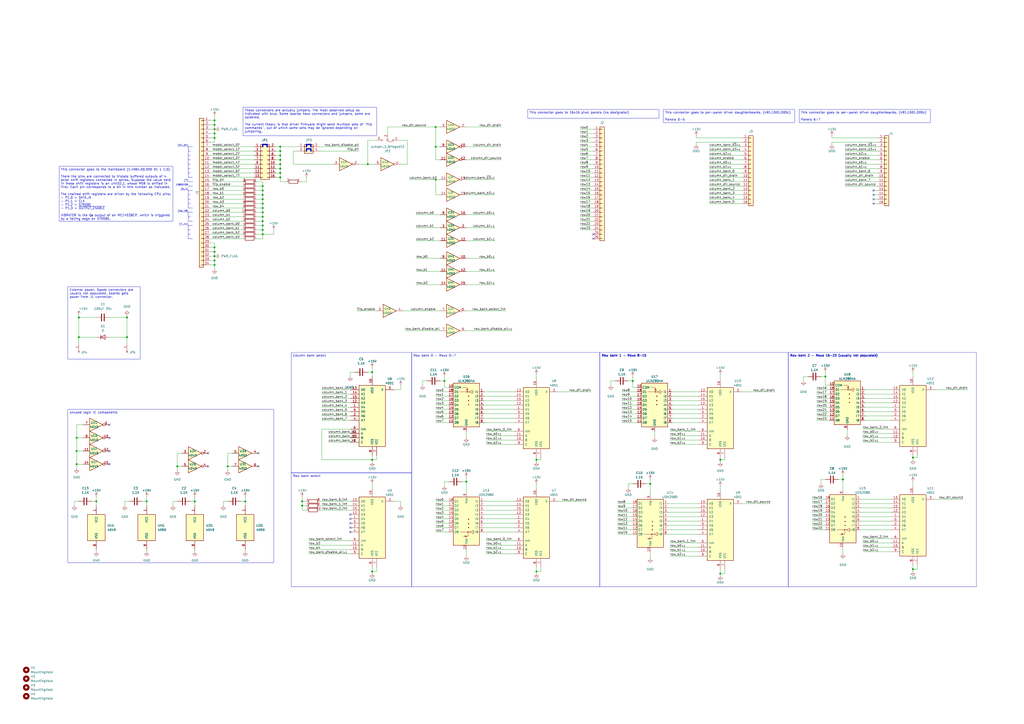
<source format=kicad_sch>
(kicad_sch (version 20230121) (generator eeschema)
  (paper "A2")
  (title_block (title "FOK-GYEM 1 4070 c 2.0 (replica)") (date "2023-07-30") (rev "0.2") (comment 1 "OF MERCHANTABILITY, FITNESS FOR A PARTICULAR PURPOSE AND NONINFRINGEMENT.") (comment 2 "EXPRESS OR IMPLIED, INCLUDING BUT NOT LIMITED TO THE WARRANTIES") (comment 3 "THIS DESIGN IS PROVIDED “AS IS”, WITHOUT WARRANTY OF ANY KIND,"))
  (junction (at 478.79 218.44))
  (junction (at 162.56 92.71))
  (junction (at 152.4 130.81))
  (junction (at 45.72 184.15))
  (junction (at 529.59 330.2))
  (junction (at 488.95 278.13))
  (junction (at 102.87 270.51))
  (junction (at 213.36 95.25))
  (junction (at 124.46 74.93))
  (junction (at 252.73 104.14))
  (junction (at 152.4 110.49))
  (junction (at 124.46 151.13))
  (junction (at 162.56 102.87))
  (junction (at 73.66 184.15))
  (junction (at 124.46 77.47))
  (junction (at 152.4 113.03))
  (junction (at 311.15 266.7))
  (junction (at 417.83 266.7))
  (junction (at 162.56 90.17))
  (junction (at 124.46 148.59))
  (junction (at 175.26 293.37))
  (junction (at 311.15 331.47))
  (junction (at 529.59 265.43))
  (junction (at 44.45 261.62))
  (junction (at 152.4 118.11))
  (junction (at 257.81 220.98))
  (junction (at 367.03 220.98))
  (junction (at 152.4 133.35))
  (junction (at 152.4 135.89))
  (junction (at 124.46 146.05))
  (junction (at 152.4 120.65))
  (junction (at 162.56 85.09))
  (junction (at 152.4 115.57))
  (junction (at 252.73 85.09))
  (junction (at 152.4 123.19))
  (junction (at 252.73 73.66))
  (junction (at 124.46 80.01))
  (junction (at 162.56 95.25))
  (junction (at 45.72 195.58))
  (junction (at 113.03 290.83))
  (junction (at 152.4 107.95))
  (junction (at 44.45 269.24))
  (junction (at 85.09 290.83))
  (junction (at 124.46 72.39))
  (junction (at 417.83 332.74))
  (junction (at 73.66 195.58))
  (junction (at 377.19 280.67))
  (junction (at 162.56 87.63))
  (junction (at 132.08 270.51))
  (junction (at 152.4 128.27))
  (junction (at 270.51 279.4))
  (junction (at 55.88 290.83))
  (junction (at 215.9 215.9))
  (junction (at 124.46 69.85))
  (junction (at 162.56 97.79))
  (junction (at 175.26 290.83))
  (junction (at 152.4 125.73))
  (junction (at 142.24 290.83))
  (junction (at 124.46 143.51))
  (junction (at 215.9 266.7))
  (junction (at 124.46 153.67))
  (junction (at 162.56 100.33))
  (junction (at 44.45 254))
  (junction (at 215.9 331.47))
  (no_connect (at 203.2 298.45))
  (no_connect (at 506.73 110.49))
  (no_connect (at 506.73 118.11))
  (no_connect (at 506.73 113.03))
  (no_connect (at 63.5 246.38))
  (no_connect (at 203.2 308.61))
  (no_connect (at 120.65 262.89))
  (no_connect (at 344.17 138.43))
  (no_connect (at 120.65 270.51))
  (no_connect (at 203.2 303.53))
  (no_connect (at 203.2 300.99))
  (no_connect (at 149.86 262.89))
  (no_connect (at 63.5 269.24))
  (no_connect (at 149.86 270.51))
  (no_connect (at 203.2 306.07))
  (no_connect (at 506.73 115.57))
  (no_connect (at 63.5 261.62))
  (no_connect (at 344.17 135.89))
  (no_connect (at 63.5 254))
  (wire (pts (xy 270.51 92.71) (xy 290.83 92.71)))
  (wire (pts (xy 48.26 246.38) (xy 44.45 246.38)))
  (wire (pts (xy 82.55 290.83) (xy 85.09 290.83)))
  (wire (pts (xy 280.67 240.03) (xy 298.45 240.03)))
  (wire (pts (xy 102.87 270.51) (xy 102.87 262.89)))
  (wire (pts (xy 500.38 314.96) (xy 516.89 314.96)))
  (wire (pts (xy 280.67 229.87) (xy 298.45 229.87)))
  (wire (pts (xy 270.51 165.1) (xy 287.02 165.1)))
  (wire (pts (xy 121.92 135.89) (xy 140.97 135.89)))
  (wire (pts (xy 160.02 97.79) (xy 162.56 97.79)))
  (wire (pts (xy 281.94 321.31) (xy 298.45 321.31)))
  (wire (pts (xy 297.18 191.77) (xy 270.51 191.77)))
  (wire (pts (xy 124.46 143.51) (xy 124.46 140.97)))
  (wire (pts (xy 281.94 316.23) (xy 298.45 316.23)))
  (wire (pts (xy 529.59 264.16) (xy 529.59 265.43)))
  (wire (pts (xy 417.83 330.2) (xy 417.83 332.74)))
  (polyline (pts (xy 177.8 86.36) (xy 180.34 86.36)) (stroke (width 0.75)))
  (polyline (pts (xy 109.22 130.81) (xy 109.22 138.43)))
  (wire (pts (xy 257.81 279.4) (xy 260.35 279.4)))
  (wire (pts (xy 124.46 72.39) (xy 124.46 69.85)))
  (wire (pts (xy 270.51 113.03) (xy 287.02 113.03)))
  (wire (pts (xy 160.02 87.63) (xy 162.56 87.63)))
  (polyline (pts (xy 180.34 83.82) (xy 180.34 85.09)) (stroke (width 0.75)))
  (wire (pts (xy 280.67 295.91) (xy 298.45 295.91)))
  (wire (pts (xy 160.02 95.25) (xy 162.56 95.25)))
  (wire (pts (xy 506.73 118.11) (xy 509.27 118.11)))
  (wire (pts (xy 490.22 102.87) (xy 509.27 102.87)))
  (wire (pts (xy 280.67 237.49) (xy 298.45 237.49)))
  (wire (pts (xy 388.62 322.58) (xy 405.13 322.58)))
  (wire (pts (xy 148.59 113.03) (xy 152.4 113.03)))
  (wire (pts (xy 121.92 107.95) (xy 140.97 107.95)))
  (wire (pts (xy 336.55 123.19) (xy 344.17 123.19)))
  (wire (pts (xy 44.45 269.24) (xy 48.26 269.24)))
  (wire (pts (xy 336.55 133.35) (xy 344.17 133.35)))
  (wire (pts (xy 45.72 182.88) (xy 45.72 184.15)))
  (wire (pts (xy 471.17 297.18) (xy 478.79 297.18)))
  (wire (pts (xy 280.67 290.83) (xy 298.45 290.83)))
  (wire (pts (xy 121.92 87.63) (xy 147.32 87.63)))
  (wire (pts (xy 121.92 110.49) (xy 140.97 110.49)))
  (wire (pts (xy 121.92 115.57) (xy 140.97 115.57)))
  (wire (pts (xy 411.48 87.63) (xy 430.53 87.63)))
  (wire (pts (xy 532.13 327.66) (xy 532.13 330.2)))
  (wire (pts (xy 252.73 85.09) (xy 255.27 85.09)))
  (wire (pts (xy 506.73 113.03) (xy 509.27 113.03)))
  (wire (pts (xy 207.01 180.34) (xy 218.44 180.34)))
  (wire (pts (xy 252.73 237.49) (xy 260.35 237.49)))
  (wire (pts (xy 473.71 243.84) (xy 481.33 243.84)))
  (wire (pts (xy 529.59 330.2) (xy 532.13 330.2)))
  (wire (pts (xy 152.4 118.11) (xy 152.4 120.65)))
  (wire (pts (xy 379.73 250.19) (xy 379.73 254)))
  (wire (pts (xy 72.39 290.83) (xy 72.39 293.37)))
  (polyline (pts (xy 109.22 105.41) (xy 111.76 105.41)))
  (polyline (pts (xy 109.22 128.27) (xy 111.76 128.27)))
  (wire (pts (xy 270.51 132.08) (xy 287.02 132.08)))
  (wire (pts (xy 148.59 107.95) (xy 152.4 107.95)))
  (polyline (pts (xy 109.22 118.11) (xy 110.49 118.11)))
  (wire (pts (xy 190.5 251.46) (xy 203.2 251.46)))
  (wire (pts (xy 336.55 105.41) (xy 344.17 105.41)))
  (wire (pts (xy 491.49 248.92) (xy 491.49 252.73)))
  (wire (pts (xy 132.08 262.89) (xy 134.62 262.89)))
  (wire (pts (xy 241.3 132.08) (xy 255.27 132.08)))
  (wire (pts (xy 500.38 317.5) (xy 516.89 317.5)))
  (polyline (pts (xy 109.22 113.03) (xy 110.49 113.03)))
  (wire (pts (xy 257.81 218.44) (xy 257.81 220.98)))
  (wire (pts (xy 336.55 115.57) (xy 344.17 115.57)))
  (wire (pts (xy 162.56 85.09) (xy 162.56 87.63)))
  (wire (pts (xy 234.95 191.77) (xy 255.27 191.77)))
  (wire (pts (xy 466.09 218.44) (xy 466.09 220.98)))
  (wire (pts (xy 417.83 217.17) (xy 417.83 219.71)))
  (wire (pts (xy 367.03 220.98) (xy 367.03 224.79)))
  (wire (pts (xy 367.03 220.98) (xy 364.49 220.98)))
  (wire (pts (xy 482.6 80.01) (xy 509.27 80.01)))
  (wire (pts (xy 287.02 104.14) (xy 270.51 104.14)))
  (wire (pts (xy 252.73 229.87) (xy 260.35 229.87)))
  (wire (pts (xy 270.51 124.46) (xy 287.02 124.46)))
  (wire (pts (xy 190.5 254) (xy 203.2 254)))
  (wire (pts (xy 490.22 92.71) (xy 509.27 92.71)))
  (wire (pts (xy 488.95 317.5) (xy 488.95 321.31)))
  (wire (pts (xy 124.46 156.21) (xy 124.46 153.67)))
  (wire (pts (xy 215.9 213.36) (xy 215.9 215.9)))
  (polyline (pts (xy 111.76 123.19) (xy 109.22 123.19)))
  (wire (pts (xy 162.56 90.17) (xy 162.56 92.71)))
  (wire (pts (xy 490.22 95.25) (xy 509.27 95.25)))
  (wire (pts (xy 360.68 240.03) (xy 369.57 240.03)))
  (wire (pts (xy 501.65 231.14) (xy 516.89 231.14)))
  (wire (pts (xy 473.71 226.06) (xy 481.33 226.06)))
  (polyline (pts (xy 109.22 97.79) (xy 110.49 97.79)))
  (wire (pts (xy 152.4 128.27) (xy 152.4 130.81)))
  (wire (pts (xy 213.36 81.28) (xy 213.36 95.25)))
  (wire (pts (xy 121.92 102.87) (xy 147.32 102.87)))
  (polyline (pts (xy 109.22 120.65) (xy 111.76 120.65)))
  (wire (pts (xy 360.68 229.87) (xy 369.57 229.87)))
  (wire (pts (xy 72.39 290.83) (xy 74.93 290.83)))
  (wire (pts (xy 478.79 223.52) (xy 481.33 223.52)))
  (wire (pts (xy 311.15 328.93) (xy 311.15 331.47)))
  (wire (pts (xy 121.92 123.19) (xy 140.97 123.19)))
  (wire (pts (xy 387.35 297.18) (xy 405.13 297.18)))
  (wire (pts (xy 121.92 105.41) (xy 140.97 105.41)))
  (wire (pts (xy 113.03 288.29) (xy 113.03 290.83)))
  (wire (pts (xy 124.46 146.05) (xy 124.46 143.51)))
  (wire (pts (xy 411.48 97.79) (xy 430.53 97.79)))
  (wire (pts (xy 360.68 234.95) (xy 369.57 234.95)))
  (wire (pts (xy 473.71 241.3) (xy 481.33 241.3)))
  (wire (pts (xy 53.34 290.83) (xy 55.88 290.83)))
  (wire (pts (xy 411.48 118.11) (xy 430.53 118.11)))
  (wire (pts (xy 43.18 290.83) (xy 45.72 290.83)))
  (wire (pts (xy 270.51 318.77) (xy 270.51 322.58)))
  (wire (pts (xy 121.92 85.09) (xy 147.32 85.09)))
  (wire (pts (xy 313.69 265.43) (xy 313.69 266.7)))
  (wire (pts (xy 218.44 81.28) (xy 213.36 81.28)))
  (wire (pts (xy 420.37 330.2) (xy 420.37 332.74)))
  (wire (pts (xy 336.55 110.49) (xy 344.17 110.49)))
  (wire (pts (xy 142.24 318.77) (xy 142.24 320.04)))
  (wire (pts (xy 231.14 81.28) (xy 236.22 81.28)))
  (wire (pts (xy 186.69 241.3) (xy 203.2 241.3)))
  (wire (pts (xy 490.22 85.09) (xy 509.27 85.09)))
  (wire (pts (xy 160.02 102.87) (xy 162.56 102.87)))
  (wire (pts (xy 529.59 330.2) (xy 529.59 331.47)))
  (wire (pts (xy 124.46 77.47) (xy 124.46 74.93)))
  (wire (pts (xy 232.41 223.52) (xy 232.41 226.06)))
  (wire (pts (xy 121.92 148.59) (xy 124.46 148.59)))
  (wire (pts (xy 500.38 254) (xy 516.89 254)))
  (wire (pts (xy 224.79 73.66) (xy 252.73 73.66)))
  (wire (pts (xy 148.59 128.27) (xy 152.4 128.27)))
  (wire (pts (xy 532.13 264.16) (xy 532.13 265.43)))
  (wire (pts (xy 203.2 215.9) (xy 205.74 215.9)))
  (wire (pts (xy 232.41 95.25) (xy 236.22 95.25)))
  (wire (pts (xy 529.59 265.43) (xy 529.59 266.7)))
  (wire (pts (xy 186.69 228.6) (xy 203.2 228.6)))
  (wire (pts (xy 387.35 292.1) (xy 405.13 292.1)))
  (wire (pts (xy 121.92 130.81) (xy 140.97 130.81)))
  (wire (pts (xy 360.68 245.11) (xy 369.57 245.11)))
  (wire (pts (xy 488.95 275.59) (xy 488.95 278.13)))
  (wire (pts (xy 499.11 297.18) (xy 516.89 297.18)))
  (wire (pts (xy 252.73 85.09) (xy 252.73 92.71)))
  (wire (pts (xy 160.02 90.17) (xy 162.56 90.17)))
  (wire (pts (xy 148.59 120.65) (xy 152.4 120.65)))
  (wire (pts (xy 389.89 242.57) (xy 405.13 242.57)))
  (wire (pts (xy 388.62 252.73) (xy 405.13 252.73)))
  (wire (pts (xy 411.48 92.71) (xy 430.53 92.71)))
  (wire (pts (xy 73.66 184.15) (xy 73.66 182.88)))
  (wire (pts (xy 411.48 102.87) (xy 430.53 102.87)))
  (wire (pts (xy 417.83 266.7) (xy 420.37 266.7)))
  (wire (pts (xy 411.48 113.03) (xy 430.53 113.03)))
  (wire (pts (xy 471.17 302.26) (xy 478.79 302.26)))
  (wire (pts (xy 121.92 153.67) (xy 124.46 153.67)))
  (wire (pts (xy 490.22 105.41) (xy 509.27 105.41)))
  (wire (pts (xy 360.68 227.33) (xy 369.57 227.33)))
  (wire (pts (xy 45.72 184.15) (xy 45.72 195.58)))
  (wire (pts (xy 175.26 293.37) (xy 175.26 295.91)))
  (wire (pts (xy 501.65 226.06) (xy 516.89 226.06)))
  (wire (pts (xy 529.59 215.9) (xy 529.59 218.44)))
  (wire (pts (xy 73.66 195.58) (xy 73.66 199.39)))
  (wire (pts (xy 177.8 290.83) (xy 175.26 290.83)))
  (wire (pts (xy 482.6 78.74) (xy 482.6 80.01)))
  (wire (pts (xy 313.69 328.93) (xy 313.69 331.47)))
  (wire (pts (xy 185.42 295.91) (xy 203.2 295.91)))
  (polyline (pts (xy 109.22 102.87) (xy 111.76 102.87)))
  (wire (pts (xy 430.53 292.1) (xy 447.04 292.1)))
  (wire (pts (xy 471.17 294.64) (xy 478.79 294.64)))
  (wire (pts (xy 270.51 250.19) (xy 270.51 254)))
  (wire (pts (xy 499.11 302.26) (xy 516.89 302.26)))
  (wire (pts (xy 471.17 299.72) (xy 478.79 299.72)))
  (wire (pts (xy 102.87 270.51) (xy 102.87 273.05)))
  (wire (pts (xy 85.09 318.77) (xy 85.09 320.04)))
  (wire (pts (xy 542.29 226.06) (xy 561.34 226.06)))
  (wire (pts (xy 417.83 332.74) (xy 417.83 334.01)))
  (wire (pts (xy 228.6 226.06) (xy 232.41 226.06)))
  (polyline (pts (xy 109.22 95.25) (xy 110.49 95.25)))
  (wire (pts (xy 506.73 115.57) (xy 509.27 115.57)))
  (wire (pts (xy 129.54 290.83) (xy 129.54 293.37)))
  (wire (pts (xy 336.55 92.71) (xy 344.17 92.71)))
  (wire (pts (xy 506.73 110.49) (xy 509.27 110.49)))
  (wire (pts (xy 203.2 248.92) (xy 186.69 248.92)))
  (wire (pts (xy 473.71 231.14) (xy 481.33 231.14)))
  (wire (pts (xy 466.09 218.44) (xy 468.63 218.44)))
  (wire (pts (xy 148.59 115.57) (xy 152.4 115.57)))
  (wire (pts (xy 281.94 250.19) (xy 298.45 250.19)))
  (wire (pts (xy 152.4 105.41) (xy 152.4 107.95)))
  (wire (pts (xy 132.08 270.51) (xy 132.08 262.89)))
  (wire (pts (xy 280.67 298.45) (xy 298.45 298.45)))
  (wire (pts (xy 280.67 234.95) (xy 298.45 234.95)))
  (wire (pts (xy 113.03 290.83) (xy 113.03 293.37)))
  (wire (pts (xy 124.46 151.13) (xy 124.46 148.59)))
  (wire (pts (xy 411.48 85.09) (xy 430.53 85.09)))
  (wire (pts (xy 121.92 82.55) (xy 124.46 82.55)))
  (polyline (pts (xy 109.22 100.33) (xy 110.49 100.33)))
  (wire (pts (xy 186.69 236.22) (xy 203.2 236.22)))
  (wire (pts (xy 499.11 304.8) (xy 516.89 304.8)))
  (wire (pts (xy 389.89 237.49) (xy 405.13 237.49)))
  (wire (pts (xy 387.35 309.88) (xy 405.13 309.88)))
  (wire (pts (xy 367.03 218.44) (xy 367.03 220.98)))
  (wire (pts (xy 152.4 123.19) (xy 152.4 125.73)))
  (wire (pts (xy 336.55 95.25) (xy 344.17 95.25)))
  (wire (pts (xy 388.62 250.19) (xy 405.13 250.19)))
  (wire (pts (xy 387.35 307.34) (xy 405.13 307.34)))
  (wire (pts (xy 388.62 317.5) (xy 405.13 317.5)))
  (wire (pts (xy 377.19 320.04) (xy 377.19 323.85)))
  (wire (pts (xy 499.11 299.72) (xy 516.89 299.72)))
  (wire (pts (xy 121.92 80.01) (xy 124.46 80.01)))
  (wire (pts (xy 358.14 304.8) (xy 367.03 304.8)))
  (wire (pts (xy 177.8 102.87) (xy 177.8 105.41)))
  (wire (pts (xy 121.92 113.03) (xy 140.97 113.03)))
  (wire (pts (xy 255.27 220.98) (xy 257.81 220.98)))
  (wire (pts (xy 186.69 233.68) (xy 203.2 233.68)))
  (wire (pts (xy 270.51 157.48) (xy 287.02 157.48)))
  (wire (pts (xy 152.4 110.49) (xy 152.4 113.03)))
  (polyline (pts (xy 109.22 110.49) (xy 109.22 120.65)))
  (wire (pts (xy 173.99 105.41) (xy 177.8 105.41)))
  (wire (pts (xy 280.67 232.41) (xy 298.45 232.41)))
  (polyline (pts (xy 109.22 87.63) (xy 110.49 87.63)))
  (polyline (pts (xy 109.22 135.89) (xy 110.49 135.89)))
  (wire (pts (xy 490.22 107.95) (xy 509.27 107.95)))
  (wire (pts (xy 186.69 231.14) (xy 203.2 231.14)))
  (wire (pts (xy 360.68 242.57) (xy 369.57 242.57)))
  (wire (pts (xy 233.68 180.34) (xy 255.27 180.34)))
  (wire (pts (xy 121.92 97.79) (xy 147.32 97.79)))
  (wire (pts (xy 237.49 104.14) (xy 252.73 104.14)))
  (wire (pts (xy 45.72 195.58) (xy 55.88 195.58)))
  (wire (pts (xy 270.51 85.09) (xy 290.83 85.09)))
  (wire (pts (xy 252.73 240.03) (xy 260.35 240.03)))
  (wire (pts (xy 473.71 236.22) (xy 481.33 236.22)))
  (wire (pts (xy 257.81 220.98) (xy 257.81 224.79)))
  (wire (pts (xy 336.55 77.47) (xy 344.17 77.47)))
  (wire (pts (xy 186.69 243.84) (xy 203.2 243.84)))
  (wire (pts (xy 129.54 290.83) (xy 132.08 290.83)))
  (wire (pts (xy 185.42 85.09) (xy 208.28 85.09)))
  (wire (pts (xy 478.79 218.44) (xy 478.79 223.52)))
  (wire (pts (xy 186.69 248.92) (xy 186.69 266.7)))
  (wire (pts (xy 389.89 229.87) (xy 405.13 229.87)))
  (wire (pts (xy 241.3 124.46) (xy 255.27 124.46)))
  (wire (pts (xy 501.65 238.76) (xy 516.89 238.76)))
  (wire (pts (xy 186.69 238.76) (xy 203.2 238.76)))
  (wire (pts (xy 336.55 80.01) (xy 344.17 80.01)))
  (wire (pts (xy 148.59 118.11) (xy 152.4 118.11)))
  (wire (pts (xy 213.36 95.25) (xy 217.17 95.25)))
  (wire (pts (xy 411.48 90.17) (xy 430.53 90.17)))
  (wire (pts (xy 501.65 236.22) (xy 516.89 236.22)))
  (wire (pts (xy 186.69 226.06) (xy 203.2 226.06)))
  (wire (pts (xy 252.73 245.11) (xy 260.35 245.11)))
  (wire (pts (xy 417.83 332.74) (xy 420.37 332.74)))
  (wire (pts (xy 179.07 318.77) (xy 203.2 318.77)))
  (wire (pts (xy 179.07 313.69) (xy 203.2 313.69)))
  (wire (pts (xy 218.44 264.16) (xy 218.44 266.7)))
  (polyline (pts (xy 177.8 83.82) (xy 180.34 83.82)) (stroke (width 0.75)))
  (wire (pts (xy 63.5 184.15) (xy 73.66 184.15)))
  (wire (pts (xy 252.73 232.41) (xy 260.35 232.41)))
  (wire (pts (xy 529.59 265.43) (xy 532.13 265.43)))
  (wire (pts (xy 471.17 289.56) (xy 478.79 289.56)))
  (wire (pts (xy 336.55 87.63) (xy 344.17 87.63)))
  (wire (pts (xy 529.59 279.4) (xy 529.59 281.94)))
  (polyline (pts (xy 180.34 86.36) (xy 180.34 87.63)) (stroke (width 0.75)))
  (wire (pts (xy 476.25 218.44) (xy 478.79 218.44)))
  (wire (pts (xy 255.27 92.71) (xy 252.73 92.71)))
  (wire (pts (xy 501.65 243.84) (xy 516.89 243.84)))
  (wire (pts (xy 280.67 242.57) (xy 298.45 242.57)))
  (wire (pts (xy 411.48 100.33) (xy 430.53 100.33)))
  (wire (pts (xy 152.4 125.73) (xy 152.4 128.27)))
  (polyline (pts (xy 109.22 92.71) (xy 110.49 92.71)))
  (wire (pts (xy 175.26 288.29) (xy 175.26 290.83)))
  (wire (pts (xy 387.35 302.26) (xy 405.13 302.26)))
  (wire (pts (xy 473.71 233.68) (xy 481.33 233.68)))
  (wire (pts (xy 417.83 281.94) (xy 417.83 284.48)))
  (wire (pts (xy 311.15 280.67) (xy 311.15 283.21)))
  (polyline (pts (xy 111.76 85.09) (xy 109.22 85.09)))
  (wire (pts (xy 44.45 246.38) (xy 44.45 254)))
  (wire (pts (xy 499.11 307.34) (xy 516.89 307.34)))
  (wire (pts (xy 471.17 304.8) (xy 478.79 304.8)))
  (wire (pts (xy 252.73 234.95) (xy 260.35 234.95)))
  (wire (pts (xy 499.11 292.1) (xy 516.89 292.1)))
  (wire (pts (xy 280.67 293.37) (xy 298.45 293.37)))
  (wire (pts (xy 121.92 128.27) (xy 140.97 128.27)))
  (wire (pts (xy 100.33 290.83) (xy 100.33 293.37)))
  (wire (pts (xy 501.65 241.3) (xy 516.89 241.3)))
  (polyline (pts (xy 154.94 83.82) (xy 154.94 85.09)) (stroke (width 0.75)))
  (wire (pts (xy 311.15 331.47) (xy 313.69 331.47)))
  (wire (pts (xy 142.24 290.83) (xy 142.24 293.37)))
  (wire (pts (xy 336.55 97.79) (xy 344.17 97.79)))
  (wire (pts (xy 124.46 148.59) (xy 124.46 146.05)))
  (wire (pts (xy 124.46 82.55) (xy 124.46 80.01)))
  (wire (pts (xy 267.97 279.4) (xy 270.51 279.4)))
  (wire (pts (xy 252.73 298.45) (xy 260.35 298.45)))
  (wire (pts (xy 542.29 289.56) (xy 558.8 289.56)))
  (wire (pts (xy 252.73 104.14) (xy 252.73 113.03)))
  (wire (pts (xy 160.02 92.71) (xy 162.56 92.71)))
  (polyline (pts (xy 152.4 83.82) (xy 154.94 83.82)) (stroke (width 0.75)))
  (wire (pts (xy 85.09 290.83) (xy 85.09 293.37)))
  (wire (pts (xy 411.48 107.95) (xy 430.53 107.95)))
  (wire (pts (xy 311.15 265.43) (xy 311.15 266.7)))
  (wire (pts (xy 358.14 294.64) (xy 367.03 294.64)))
  (polyline (pts (xy 109.22 85.09) (xy 109.22 102.87)))
  (wire (pts (xy 490.22 90.17) (xy 509.27 90.17)))
  (wire (pts (xy 388.62 257.81) (xy 405.13 257.81)))
  (wire (pts (xy 179.07 321.31) (xy 203.2 321.31)))
  (wire (pts (xy 411.48 115.57) (xy 430.53 115.57)))
  (wire (pts (xy 121.92 151.13) (xy 124.46 151.13)))
  (wire (pts (xy 121.92 69.85) (xy 124.46 69.85)))
  (wire (pts (xy 121.92 138.43) (xy 140.97 138.43)))
  (wire (pts (xy 403.86 80.01) (xy 430.53 80.01)))
  (wire (pts (xy 241.3 157.48) (xy 255.27 157.48)))
  (wire (pts (xy 121.92 118.11) (xy 140.97 118.11)))
  (wire (pts (xy 55.88 290.83) (xy 55.88 293.37)))
  (wire (pts (xy 367.03 224.79) (xy 369.57 224.79)))
  (wire (pts (xy 354.33 220.98) (xy 356.87 220.98)))
  (wire (pts (xy 48.26 254) (xy 44.45 254)))
  (wire (pts (xy 158.75 133.35) (xy 158.75 135.89)))
  (wire (pts (xy 63.5 195.58) (xy 73.66 195.58)))
  (wire (pts (xy 270.51 149.86) (xy 287.02 149.86)))
  (wire (pts (xy 186.69 266.7) (xy 215.9 266.7)))
  (wire (pts (xy 374.65 280.67) (xy 377.19 280.67)))
  (wire (pts (xy 121.92 90.17) (xy 147.32 90.17)))
  (wire (pts (xy 389.89 240.03) (xy 405.13 240.03)))
  (wire (pts (xy 323.85 227.33) (xy 342.9 227.33)))
  (wire (pts (xy 377.19 278.13) (xy 377.19 280.67)))
  (wire (pts (xy 152.4 130.81) (xy 152.4 133.35)))
  (wire (pts (xy 45.72 184.15) (xy 55.88 184.15)))
  (wire (pts (xy 499.11 294.64) (xy 516.89 294.64)))
  (polyline (pts (xy 177.8 87.63) (xy 177.8 86.36)) (stroke (width 0.75)))
  (wire (pts (xy 354.33 220.98) (xy 354.33 223.52)))
  (wire (pts (xy 44.45 261.62) (xy 44.45 269.24)))
  (polyline (pts (xy 177.8 85.09) (xy 177.8 83.82)) (stroke (width 0.75)))
  (wire (pts (xy 124.46 80.01) (xy 124.46 77.47)))
  (wire (pts (xy 215.9 266.7) (xy 215.9 267.97)))
  (wire (pts (xy 490.22 87.63) (xy 509.27 87.63)))
  (wire (pts (xy 162.56 95.25) (xy 162.56 97.79)))
  (wire (pts (xy 44.45 269.24) (xy 44.45 271.78)))
  (wire (pts (xy 388.62 320.04) (xy 405.13 320.04)))
  (wire (pts (xy 358.14 302.26) (xy 367.03 302.26)))
  (wire (pts (xy 257.81 279.4) (xy 257.81 281.94)))
  (wire (pts (xy 311.15 266.7) (xy 313.69 266.7)))
  (wire (pts (xy 121.92 95.25) (xy 147.32 95.25)))
  (wire (pts (xy 162.56 105.41) (xy 166.37 105.41)))
  (wire (pts (xy 142.24 288.29) (xy 142.24 290.83)))
  (wire (pts (xy 124.46 153.67) (xy 124.46 151.13)))
  (wire (pts (xy 281.94 257.81) (xy 298.45 257.81)))
  (wire (pts (xy 124.46 140.97) (xy 121.92 140.97)))
  (wire (pts (xy 280.67 300.99) (xy 298.45 300.99)))
  (wire (pts (xy 490.22 97.79) (xy 509.27 97.79)))
  (wire (pts (xy 482.6 82.55) (xy 509.27 82.55)))
  (wire (pts (xy 44.45 254) (xy 44.45 261.62)))
  (polyline (pts (xy 109.22 107.95) (xy 111.76 107.95)))
  (wire (pts (xy 336.55 130.81) (xy 344.17 130.81)))
  (wire (pts (xy 430.53 227.33) (xy 449.58 227.33)))
  (wire (pts (xy 241.3 139.7) (xy 255.27 139.7)))
  (wire (pts (xy 215.9 331.47) (xy 215.9 332.74)))
  (wire (pts (xy 478.79 215.9) (xy 478.79 218.44)))
  (wire (pts (xy 160.02 85.09) (xy 162.56 85.09)))
  (wire (pts (xy 148.59 135.89) (xy 152.4 135.89)))
  (wire (pts (xy 162.56 97.79) (xy 162.56 100.33)))
  (wire (pts (xy 102.87 262.89) (xy 105.41 262.89)))
  (wire (pts (xy 387.35 304.8) (xy 405.13 304.8)))
  (wire (pts (xy 190.5 256.54) (xy 203.2 256.54)))
  (polyline (pts (xy 109.22 133.35) (xy 110.49 133.35)))
  (wire (pts (xy 228.6 290.83) (xy 232.41 290.83)))
  (wire (pts (xy 177.8 293.37) (xy 175.26 293.37)))
  (wire (pts (xy 121.92 72.39) (xy 124.46 72.39)))
  (wire (pts (xy 134.62 270.51) (xy 132.08 270.51)))
  (wire (pts (xy 389.89 232.41) (xy 405.13 232.41)))
  (wire (pts (xy 358.14 307.34) (xy 367.03 307.34)))
  (wire (pts (xy 476.25 278.13) (xy 476.25 280.67)))
  (polyline (pts (xy 109.22 90.17) (xy 110.49 90.17)))
  (wire (pts (xy 139.7 290.83) (xy 142.24 290.83)))
  (polyline (pts (xy 109.22 123.19) (xy 109.22 128.27)))
  (wire (pts (xy 280.67 306.07) (xy 298.45 306.07)))
  (wire (pts (xy 148.59 130.81) (xy 152.4 130.81)))
  (wire (pts (xy 281.94 313.69) (xy 298.45 313.69)))
  (wire (pts (xy 45.72 195.58) (xy 45.72 199.39)))
  (polyline (pts (xy 111.76 130.81) (xy 109.22 130.81)))
  (wire (pts (xy 387.35 294.64) (xy 405.13 294.64)))
  (wire (pts (xy 252.73 293.37) (xy 260.35 293.37)))
  (wire (pts (xy 152.4 113.03) (xy 152.4 115.57)))
  (wire (pts (xy 148.59 125.73) (xy 152.4 125.73)))
  (wire (pts (xy 252.73 242.57) (xy 260.35 242.57)))
  (wire (pts (xy 152.4 135.89) (xy 152.4 138.43)))
  (wire (pts (xy 336.55 85.09) (xy 344.17 85.09)))
  (wire (pts (xy 121.92 74.93) (xy 124.46 74.93)))
  (wire (pts (xy 482.6 82.55) (xy 482.6 83.82)))
  (wire (pts (xy 152.4 120.65) (xy 152.4 123.19)))
  (wire (pts (xy 121.92 100.33) (xy 147.32 100.33)))
  (wire (pts (xy 113.03 318.77) (xy 113.03 320.04)))
  (wire (pts (xy 175.26 290.83) (xy 175.26 293.37)))
  (wire (pts (xy 175.26 295.91) (xy 177.8 295.91)))
  (wire (pts (xy 121.92 125.73) (xy 140.97 125.73)))
  (wire (pts (xy 336.55 118.11) (xy 344.17 118.11)))
  (polyline (pts (xy 109.22 125.73) (xy 110.49 125.73)))
  (wire (pts (xy 160.02 100.33) (xy 162.56 100.33)))
  (wire (pts (xy 389.89 234.95) (xy 405.13 234.95)))
  (wire (pts (xy 185.42 293.37) (xy 203.2 293.37)))
  (wire (pts (xy 121.92 133.35) (xy 140.97 133.35)))
  (wire (pts (xy 215.9 328.93) (xy 215.9 331.47)))
  (wire (pts (xy 252.73 303.53) (xy 260.35 303.53)))
  (wire (pts (xy 148.59 105.41) (xy 152.4 105.41)))
  (wire (pts (xy 218.44 328.93) (xy 218.44 331.47)))
  (wire (pts (xy 500.38 312.42) (xy 516.89 312.42)))
  (wire (pts (xy 100.33 290.83) (xy 102.87 290.83)))
  (wire (pts (xy 252.73 104.14) (xy 255.27 104.14)))
  (wire (pts (xy 252.73 73.66) (xy 255.27 73.66)))
  (wire (pts (xy 270.51 180.34) (xy 293.37 180.34)))
  (wire (pts (xy 336.55 102.87) (xy 344.17 102.87)))
  (wire (pts (xy 311.15 266.7) (xy 311.15 267.97)))
  (wire (pts (xy 241.3 149.86) (xy 255.27 149.86)))
  (wire (pts (xy 501.65 228.6) (xy 516.89 228.6)))
  (wire (pts (xy 417.83 265.43) (xy 417.83 266.7)))
  (wire (pts (xy 499.11 289.56) (xy 516.89 289.56)))
  (wire (pts (xy 121.92 120.65) (xy 140.97 120.65)))
  (wire (pts (xy 280.67 303.53) (xy 298.45 303.53)))
  (wire (pts (xy 476.25 278.13) (xy 478.79 278.13)))
  (wire (pts (xy 377.19 280.67) (xy 377.19 287.02)))
  (wire (pts (xy 132.08 270.51) (xy 132.08 273.05)))
  (wire (pts (xy 162.56 87.63) (xy 162.56 90.17)))
  (wire (pts (xy 358.14 309.88) (xy 367.03 309.88)))
  (wire (pts (xy 152.4 135.89) (xy 158.75 135.89)))
  (wire (pts (xy 500.38 248.92) (xy 516.89 248.92)))
  (wire (pts (xy 336.55 120.65) (xy 344.17 120.65)))
  (wire (pts (xy 500.38 251.46) (xy 516.89 251.46)))
  (wire (pts (xy 224.79 73.66) (xy 224.79 77.47)))
  (polyline (pts (xy 111.76 110.49) (xy 109.22 110.49)))
  (wire (pts (xy 336.55 100.33) (xy 344.17 100.33)))
  (wire (pts (xy 152.4 107.95) (xy 152.4 110.49)))
  (wire (pts (xy 85.09 288.29) (xy 85.09 290.83)))
  (wire (pts (xy 55.88 288.29) (xy 55.88 290.83)))
  (wire (pts (xy 281.94 255.27) (xy 298.45 255.27)))
  (wire (pts (xy 403.86 82.55) (xy 403.86 83.82)))
  (wire (pts (xy 358.14 299.72) (xy 367.03 299.72)))
  (wire (pts (xy 500.38 320.04) (xy 516.89 320.04)))
  (wire (pts (xy 364.49 280.67) (xy 367.03 280.67)))
  (wire (pts (xy 48.26 261.62) (xy 44.45 261.62)))
  (wire (pts (xy 121.92 143.51) (xy 124.46 143.51)))
  (wire (pts (xy 124.46 69.85) (xy 124.46 67.31)))
  (wire (pts (xy 411.48 110.49) (xy 430.53 110.49)))
  (wire (pts (xy 411.48 105.41) (xy 430.53 105.41)))
  (wire (pts (xy 252.73 227.33) (xy 260.35 227.33)))
  (wire (pts (xy 152.4 133.35) (xy 152.4 135.89)))
  (wire (pts (xy 162.56 92.71) (xy 162.56 95.25)))
  (wire (pts (xy 215.9 280.67) (xy 215.9 283.21)))
  (wire (pts (xy 420.37 265.43) (xy 420.37 266.7)))
  (wire (pts (xy 236.22 95.25) (xy 236.22 81.28)))
  (wire (pts (xy 501.65 233.68) (xy 516.89 233.68)))
  (wire (pts (xy 215.9 266.7) (xy 218.44 266.7)))
  (wire (pts (xy 215.9 331.47) (xy 218.44 331.47)))
  (wire (pts (xy 170.18 95.25) (xy 193.04 95.25)))
  (polyline (pts (xy 152.4 85.09) (xy 152.4 83.82)) (stroke (width 0.75)))
  (wire (pts (xy 121.92 146.05) (xy 124.46 146.05)))
  (wire (pts (xy 281.94 318.77) (xy 298.45 318.77)))
  (wire (pts (xy 270.51 139.7) (xy 287.02 139.7)))
  (wire (pts (xy 281.94 252.73) (xy 298.45 252.73)))
  (wire (pts (xy 389.89 227.33) (xy 405.13 227.33)))
  (wire (pts (xy 471.17 292.1) (xy 478.79 292.1)))
  (wire (pts (xy 148.59 110.49) (xy 152.4 110.49)))
  (wire (pts (xy 185.42 290.83) (xy 203.2 290.83)))
  (wire (pts (xy 162.56 105.41) (xy 162.56 102.87)))
  (wire (pts (xy 473.71 228.6) (xy 481.33 228.6)))
  (wire (pts (xy 389.89 245.11) (xy 405.13 245.11)))
  (wire (pts (xy 203.2 215.9) (xy 203.2 218.44)))
  (wire (pts (xy 43.18 290.83) (xy 43.18 293.37)))
  (wire (pts (xy 213.36 215.9) (xy 215.9 215.9)))
  (wire (pts (xy 73.66 195.58) (xy 73.66 184.15)))
  (wire (pts (xy 148.59 123.19) (xy 152.4 123.19)))
  (wire (pts (xy 162.56 100.33) (xy 162.56 102.87)))
  (wire (pts (xy 245.11 220.98) (xy 245.11 223.52)))
  (wire (pts (xy 55.88 318.77) (xy 55.88 320.04)))
  (wire (pts (xy 311.15 331.47) (xy 311.15 332.74)))
  (wire (pts (xy 232.41 293.37) (xy 232.41 290.83)))
  (wire (pts (xy 121.92 92.71) (xy 147.32 92.71)))
  (wire (pts (xy 170.18 87.63) (xy 172.72 87.63)))
  (wire (pts (xy 336.55 125.73) (xy 344.17 125.73)))
  (wire (pts (xy 336.55 107.95) (xy 344.17 107.95)))
  (wire (pts (xy 170.18 87.63) (xy 170.18 95.25)))
  (wire (pts (xy 529.59 327.66) (xy 529.59 330.2)))
  (wire (pts (xy 336.55 74.93) (xy 344.17 74.93)))
  (wire (pts (xy 245.11 220.98) (xy 247.65 220.98)))
  (wire (pts (xy 490.22 100.33) (xy 509.27 100.33)))
  (wire (pts (xy 336.55 113.03) (xy 344.17 113.03)))
  (polyline (pts (xy 109.22 138.43) (xy 111.76 138.43)))
  (wire (pts (xy 179.07 316.23) (xy 203.2 316.23)))
  (wire (pts (xy 473.71 238.76) (xy 481.33 238.76)))
  (wire (pts (xy 252.73 306.07) (xy 260.35 306.07)))
  (wire (pts (xy 280.67 227.33) (xy 298.45 227.33)))
  (wire (pts (xy 208.28 95.25) (xy 213.36 95.25)))
  (wire (pts (xy 336.55 128.27) (xy 344.17 128.27)))
  (wire (pts (xy 411.48 95.25) (xy 430.53 95.25)))
  (wire (pts (xy 336.55 90.17) (xy 344.17 90.17)))
  (wire (pts (xy 105.41 270.51) (xy 102.87 270.51)))
  (wire (pts (xy 488.95 278.13) (xy 488.95 284.48)))
  (wire (pts (xy 252.73 295.91) (xy 260.35 295.91)))
  (wire (pts (xy 162.56 85.09) (xy 172.72 85.09)))
  (wire (pts (xy 364.49 280.67) (xy 364.49 283.21)))
  (wire (pts (xy 241.3 165.1) (xy 255.27 165.1)))
  (wire (pts (xy 403.86 82.55) (xy 430.53 82.55)))
  (wire (pts (xy 252.73 290.83) (xy 260.35 290.83)))
  (wire (pts (xy 252.73 113.03) (xy 255.27 113.03)))
  (wire (pts (xy 185.42 87.63) (xy 208.28 87.63)))
  (wire (pts (xy 311.15 217.17) (xy 311.15 219.71)))
  (wire (pts (xy 148.59 133.35) (xy 152.4 133.35)))
  (polyline (pts (xy 109.22 115.57) (xy 110.49 115.57)))
  (wire (pts (xy 257.81 224.79) (xy 260.35 224.79)))
  (wire (pts (xy 121.92 77.47) (xy 124.46 77.47)))
  (wire (pts (xy 358.14 297.18) (xy 367.03 297.18)))
  (wire (pts (xy 124.46 74.93) (xy 124.46 72.39)))
  (wire (pts (xy 270.51 279.4) (xy 270.51 285.75)))
  (wire (pts (xy 252.73 300.99) (xy 260.35 300.99)))
  (wire (pts (xy 270.51 276.86) (xy 270.51 279.4)))
  (wire (pts (xy 471.17 307.34) (xy 478.79 307.34)))
  (wire (pts (xy 500.38 256.54) (xy 516.89 256.54)))
  (wire (pts (xy 152.4 115.57) (xy 152.4 118.11)))
  (wire (pts (xy 486.41 278.13) (xy 488.95 278.13)))
  (wire (pts (xy 215.9 215.9) (xy 215.9 218.44)))
  (wire (pts (xy 252.73 73.66) (xy 252.73 85.09)))
  (wire (pts (xy 403.86 78.74) (xy 403.86 80.01)))
  (wire (pts (xy 270.51 73.66) (xy 290.83 73.66)))
  (wire (pts (xy 110.49 290.83) (xy 113.03 290.83)))
  (wire (pts (xy 148.59 138.43) (xy 152.4 138.43)))
  (wire (pts (xy 360.68 232.41) (xy 369.57 232.41)))
  (wire (pts (xy 417.83 266.7) (xy 417.83 267.97)))
  (wire (pts (xy 388.62 255.27) (xy 405.13 255.27)))
  (wire (pts (xy 336.55 82.55) (xy 344.17 82.55)))
  (wire (pts (xy 388.62 314.96) (xy 405.13 314.96)))
  (wire (pts (xy 360.68 237.49) (xy 369.57 237.49)))
  (wire (pts (xy 280.67 308.61) (xy 298.45 308.61)))
  (wire (pts (xy 358.14 292.1) (xy 367.03 292.1)))
  (wire (pts (xy 387.35 299.72) (xy 405.13 299.72)))
  (wire (pts (xy 252.73 308.61) (xy 260.35 308.61)))
  (wire (pts (xy 323.85 290.83) (xy 340.36 290.83)))
  (wire (pts (xy 215.9 264.16) (xy 215.9 266.7)))
  (wire (pts (xy 280.67 245.11) (xy 298.45 245.11)))
  (text_box "Row bank 0 - Rows 0-7" (at 238.76 204.47 0) (size 109.22 135.89) (effects (font (size 1.27 1.27)) (justify left top)))
  (text_box "This connector goes to per-panel driver daughterboards. (491.1001.000c)\n\nPanels 0-5" (at 384.81 63.5 0) (size 76.2 7.62) (effects (font (size 1.27 1.27)) (justify left top)))
  (text_box "These connectors are actually jumpers. The most observed setup as indicated with blue. Some boards have connectors and jumpers, some are soldered.\n\nThe current theory is that driver firmware might send multiple sets of \"flip commands\", out of which some sets may be ignored depending on jumpering." (at 140.97 62.23 0) (size 77.47 16.51) (effects (font (size 1.27 1.27)) (justify left top)))
  (text_box "Unused logic IC components" (at 39.37 237.49 0) (size 119.38 88.9) (effects (font (size 1.27 1.27)) (justify left top)))
  (text_box "This connector goes to 16x16 pixel panels (no designator)" (at 306.07 63.5 0) (size 76.2 5.08) (effects (font (size 1.27 1.27)) (justify left top)))
  (text_box "This connector goes to per-panel driver daughterboards. (491.1001.000c)\n\nPanels 6-7" (at 463.55 63.5 0) (size 76.2 7.62) (effects (font (size 1.27 1.27)) (justify left top)))
  (text_box "This connector goes to the mainboard (1.4064.00.000 01 c 1.0).\n\nThere the pins are connected to tristate buffered outputs of 4 octal shift registers connected in series. Suppose the value held in these shift registers is an uint32_t, whose MSB is shifted in first. Each pin corresponds to a bit in this number as indicated.\n\nThe chained shift registers are driven by the following CPU pins:\n- P1.0 = DATA_IN\n- P1.1 = CLK\n- P1.2 = STROBE\n- P1.3 = ~{OUTPUT_ENABLE}\n\nVIBRATOR is the Q_{B} output of an MC1453BCP, which is triggered by a falling edge on STROBE." (at 34.29 96.52 0) (size 66.04 31.75) (effects (font (size 1.27 1.27)) (justify left top)))
  (text_box "Row bank 2 - Rows 16-23 (usually not populated)" (at 457.2 204.47 0) (size 109.22 135.89) (effects (font (size 1.27 1.27) (thickness 0.254) bold) (justify left top)))
  (text_box "Row bank select" (at 168.91 274.32 0) (size 69.85 66.04) (effects (font (size 1.27 1.27)) (justify left top)))
  (text_box "Row bank 1 - Rows 8-15" (at 347.98 204.47 0) (size 109.22 135.89) (effects (font (size 1.27 1.27) (thickness 0.254) bold) (justify left top)))
  (text_box "Column bank select" (at 168.91 204.47 0) (size 69.85 69.85) (effects (font (size 1.27 1.27)) (justify left top)))
  (text_box "External power. Spade connectors are usually not populated, boards gets power from J1 connector." (at 39.37 166.37 0) (size 41.91 41.91) (effects (font (size 1.27 1.27)) (justify left top)))
  (text "VIBRATOR" (at 109.22 107.95 0) (effects (font (size 1 1)) (justify right bottom)))
  (text "[16..18]" (at 109.22 123.19 0) (effects (font (size 1 1)) (justify right bottom)))
  (text "[24..31]" (at 109.22 85.09 0) (effects (font (size 1 1)) (justify right bottom)))
  (text "[7..11]" (at 109.22 130.81 0) (effects (font (size 1 1)) (justify right bottom)))
  (text "[0..4]" (at 109.22 110.49 0) (effects (font (size 1 1)) (justify right bottom)))
  (text "[7]" (at 109.22 105.41 0) (effects (font (size 1 1)) (justify right bottom)))
  (label "row1" (at 252.73 229.87 0))
  (label "column_bank_2" (at 411.48 110.49 0))
  (label "row_bank_disable_all_{+1}" (at 179.07 321.31 0))
  (label "row_b0_{+1}" (at 500.38 251.46 0))
  (label "column_enable" (at 490.22 92.71 0))
  (label "row_b2" (at 123.19 115.57 0))
  (label "row_b2_{+1}" (at 281.94 257.81 0))
  (label "row13" (at 360.68 240.03 0))
  (label "row_bank_disable_all" (at 208.28 85.09 180))
  (label "column_enable" (at 411.48 92.71 0))
  (label "row_b1_{+1}" (at 281.94 318.77 0))
  (label "row_bank_2_inh" (at 500.38 248.92 0))
  (label "row_b0" (at 241.3 149.86 0))
  (label "column_b1_{+1}" (at 287.02 132.08 180))
  (label "row0" (at 336.55 74.93 0))
  (label "row_b1_{+1}" (at 388.62 320.04 0))
  (label "row11" (at 358.14 299.72 0))
  (label "row_bank_disable_all_{+1}" (at 297.18 191.77 180))
  (label "column_bank_b2" (at 123.19 135.89 0))
  (label "row_b2_{+1}" (at 281.94 321.31 0))
  (label "row16" (at 471.17 289.56 0))
  (label "flip_dir" (at 123.19 105.41 0))
  (label "row_b1_{+1}" (at 281.94 255.27 0))
  (label "row1" (at 252.73 293.37 0))
  (label "row_b2_{+1}" (at 388.62 257.81 0))
  (label "row8" (at 358.14 292.1 0))
  (label "row7" (at 252.73 245.11 0))
  (label "row_b0_{+1}" (at 388.62 252.73 0))
  (label "flip_dir" (at 208.28 87.63 180))
  (label "row22" (at 471.17 304.8 0))
  (label "column_dir_drain" (at 490.22 102.87 0))
  (label "row8" (at 336.55 95.25 0))
  (label "row_b2_{+1}" (at 287.02 165.1 180))
  (label "column_b2_{+1}" (at 490.22 90.17 0))
  (label "row14" (at 358.14 307.34 0))
  (label "column_b2" (at 241.3 139.7 0))
  (label "column_bank_b3_{+1}" (at 490.22 87.63 0))
  (label "model_select_7?" (at 123.19 102.87 0))
  (label "column_dir_source" (at 411.48 107.95 0))
  (label "column_bank_3" (at 186.69 233.68 0))
  (label "row20" (at 471.17 299.72 0))
  (label "row0" (at 252.73 227.33 0))
  (label "row19" (at 473.71 233.68 0))
  (label "row22" (at 336.55 130.81 0))
  (label "model_select_6?" (at 123.19 100.33 0))
  (label "column_bank_b3" (at 123.19 138.43 0))
  (label "row6" (at 252.73 242.57 0))
  (label "row6" (at 252.73 306.07 0))
  (label "row4" (at 252.73 300.99 0))
  (label "row_dir_source" (at 447.04 292.1 180))
  (label "model_select_3?" (at 123.19 92.71 0))
  (label "column_bank_6" (at 490.22 100.33 0))
  (label "row14" (at 336.55 110.49 0))
  (label "column_bank_4" (at 186.69 236.22 0))
  (label "column_dir_source" (at 290.83 92.71 180))
  (label "row_b4" (at 179.07 318.77 0))
  (label "column_bank_b3_{+1}" (at 411.48 87.63 0))
  (label "column_bank_3" (at 411.48 113.03 0))
  (label "row11" (at 336.55 102.87 0))
  (label "row20" (at 473.71 236.22 0))
  (label "row1" (at 336.55 77.47 0))
  (label "row12" (at 360.68 237.49 0))
  (label "row9" (at 358.14 294.64 0))
  (label "row20" (at 336.55 125.73 0))
  (label "column_b1" (at 123.19 125.73 0))
  (label "row_bank_1_inh" (at 388.62 250.19 0))
  (label "row_b0_{+1}" (at 287.02 149.86 180))
  (label "row_dir_drain" (at 342.9 227.33 180))
  (label "row2" (at 252.73 232.41 0))
  (label "flip_enable" (at 207.01 180.34 0))
  (label "column_bank_b0" (at 190.5 251.46 0))
  (label "row23" (at 471.17 307.34 0))
  (label "row_dir_drain" (at 561.34 226.06 180))
  (label "column_bank_b0" (at 123.19 130.81 0))
  (label "model_select_1?" (at 123.19 87.63 0))
  (label "row_dir_source" (at 233.045 73.66 0))
  (label "row_bank_disable_all" (at 234.95 191.77 0))
  (label "row8" (at 360.68 227.33 0))
  (label "column_bank_5" (at 186.69 238.76 0))
  (label "row5" (at 252.73 240.03 0))
  (label "column_bank_2" (at 186.69 231.14 0))
  (label "row4" (at 252.73 237.49 0))
  (label "row17" (at 336.55 118.11 0))
  (label "column_bank_b3" (at 237.49 104.14 0))
  (label "column_b1_{+1}" (at 411.48 97.79 0))
  (label "row_b2" (at 241.3 165.1 0))
  (label "column_b0_{+1}" (at 287.02 124.46 180))
  (label "column_b1" (at 241.3 132.08 0))
  (label "row18" (at 473.71 231.14 0))
  (label "row16" (at 473.71 226.06 0))
  (label "row_b0" (at 123.19 110.49 0))
  (label "row2" (at 336.55 80.01 0))
  (label "row3" (at 252.73 298.45 0))
  (label "row_bank_0_inh" (at 281.94 313.69 0))
  (label "row_b1_{+1}" (at 500.38 317.5 0))
  (label "row11" (at 360.68 234.95 0))
  (label "row_bank_select_inh" (at 293.37 180.34 180))
  (label "column_b2" (at 123.19 128.27 0))
  (label "column_b1_{+1}" (at 490.22 97.79 0))
  (label "row3" (at 336.55 82.55 0))
  (label "row5" (at 252.73 303.53 0))
  (label "column_bank_0" (at 411.48 100.33 0))
  (label "column_dir_drain" (at 290.83 85.09 180))
  (label "row_bank_1_inh" (at 388.62 314.96 0))
  (label "row17" (at 471.17 292.1 0))
  (label "row_b1" (at 123.19 113.03 0))
  (label "row_b3" (at 179.07 316.23 0))
  (label "row_dir_source" (at 340.36 290.83 180))
  (label "row_bank_0_inh" (at 281.94 250.19 0))
  (label "row7" (at 252.73 308.61 0))
  (label "row10" (at 358.14 297.18 0))
  (label "column_bank_7" (at 490.22 105.41 0))
  (label "row18" (at 336.55 120.65 0))
  (label "column_bank_5" (at 411.48 118.11 0))
  (label "row_bank_0_inh" (at 186.69 290.83 0))
  (label "row_dir_source" (at 558.8 289.56 180))
  (label "row14" (at 360.68 242.57 0))
  (label "row5" (at 336.55 87.63 0))
  (label "row_b0_{+1}" (at 388.62 317.5 0))
  (label "row_b2_{+1}" (at 500.38 256.54 0))
  (label "row_bank_1_inh" (at 186.69 293.37 0))
  (label "row_dir_drain" (at 290.83 73.66 180))
  (label "column_b0" (at 241.3 124.46 0))
  (label "row_dir_drain" (at 449.58 227.33 180))
  (label "row21" (at 473.71 238.76 0))
  (label "row_b1_{+1}" (at 287.02 157.48 180))
  (label "row16" (at 336.55 115.57 0))
  (label "row23" (at 336.55 133.35 0))
  (label "row23" (at 473.71 243.84 0))
  (label "row_bank_2_inh" (at 500.38 312.42 0))
  (label "column_bank_~{b3}_{+1}" (at 411.48 85.09 0))
  (label "model_select_0?" (at 123.19 85.09 0))
  (label "row12" (at 358.14 302.26 0))
  (label "column_enable" (at 252.73 180.34 180))
  (label "row_b1_{+1}" (at 388.62 255.27 0))
  (label "row_b0_{+1}" (at 500.38 314.96 0))
  (label "row7" (at 336.55 92.71 0))
  (label "row9" (at 360.68 229.87 0))
  (label "column_b2_{+1}" (at 411.48 90.17 0))
  (label "row_b3" (at 123.19 118.11 0))
  (label "row3" (at 252.73 234.95 0))
  (label "row13" (at 336.55 107.95 0))
  (label "model_select_4?" (at 123.19 95.25 0))
  (label "row13" (at 358.14 304.8 0))
  (label "column_dir_source" (at 490.22 107.95 0))
  (label "flip_enable" (at 123.19 107.95 0))
  (label "column_bank_b1" (at 123.19 133.35 0))
  (label "row17" (at 473.71 228.6 0))
  (label "row_bank_2_inh" (at 186.69 295.91 0))
  (label "column_bank_b1" (at 190.5 254 0))
  (label "row10" (at 336.55 100.33 0))
  (label "column_bank_7" (at 186.69 243.84 0))
  (label "row_b1" (at 241.3 157.48 0))
  (label "column_bank_~{b3}_{+1}" (at 287.02 104.14 180))
  (label "model_select_5?" (at 123.19 97.79 0))
  (label "column_bank_4" (at 411.48 115.57 0))
  (label "row19" (at 471.17 297.18 0))
  (label "row18" (at 471.17 294.64 0))
  (label "model_select_2?" (at 123.19 90.17 0))
  (label "row10" (at 360.68 232.41 0))
  (label "row6" (at 336.55 90.17 0))
  (label "row19" (at 336.55 123.19 0))
  (label "row_b0_{+1}" (at 281.94 316.23 0))
  (label "column_bank_0" (at 186.69 226.06 0))
  (label "row15" (at 336.55 113.03 0))
  (label "column_b2_{+1}" (at 287.02 139.7 180))
  (label "column_bank_~{b3}_{+1}" (at 490.22 85.09 0))
  (label "row_b0_{+1}" (at 281.94 252.73 0))
  (label "column_bank_1" (at 411.48 105.41 0))
  (label "column_dir_drain" (at 411.48 102.87 0))
  (label "row15" (at 358.14 309.88 0))
  (label "row_bank_select_inh" (at 179.07 313.69 0))
  (label "row21" (at 471.17 302.26 0))
  (label "row2" (at 252.73 295.91 0))
  (label "row_b2_{+1}" (at 500.38 320.04 0))
  (label "column_b0" (at 123.19 123.19 0))
  (label "row21" (at 336.55 128.27 0))
  (label "row_b1_{+1}" (at 500.38 254 0))
  (label "row4" (at 336.55 85.09 0))
  (label "row_b2_{+1}" (at 388.62 322.58 0))
  (label "row12" (at 336.55 105.41 0))
  (label "column_bank_6" (at 186.69 241.3 0))
  (label "column_bank_1" (at 186.69 228.6 0))
  (label "row_b4" (at 123.19 120.65 0))
  (label "row0" (at 252.73 290.83 0))
  (label "column_bank_b2" (at 190.5 256.54 0))
  (label "column_bank_b3_{+1}" (at 287.02 113.03 180))
  (label "row9" (at 336.55 97.79 0))
  (label "column_b0_{+1}" (at 411.48 95.25 0))
  (label "column_b0_{+1}" (at 490.22 95.25 0))
  (label "row22" (at 473.71 241.3 0))
  (label "row15" (at 360.68 245.11 0))
  (symbol (lib_id "power:GND") (at 43.18 293.37 0) (unit 1)
    (property "Reference" "#PWR034" (effects hide))
    (property "Value" "GND" (at 43.18 299.72 0))
  )
  (symbol (lib_id "Device:C") (at 209.55 215.9 90) (unit 1)
    (property "Reference" "C5" (at 209.55 208.28 90))
    (property "Value" "1.1K" (at 209.55 210.82 90))
    (property "Footprint" "Capacitor_THT:C_Rect_L10.0mm_W4.0mm_P7.50mm_MKS4" (effects hide))
  )
  (symbol (lib_id "Transistor_Array:ULN2804A") (at 379.73 232.41 0) (mirror y) (unit 1)
    (property "Reference" "U17" (at 379.73 218.44 0))
    (property "Value" "ULN2804A" (at 379.73 220.98 0))
    (property "Footprint" "Package_DIP:DIP-18_W7.62mm" (effects hide))
    (property "Datasheet" "http://www.promelec.ru/pdf/1536.pdf" (effects hide))
  )
  (symbol (lib_id "Device:R_Network09_Split") (at 144.78 133.35 270) (mirror x) (unit 4)
    (property "Reference" "RN2" (effects hide))
    (property "Value" "R_Network09_Split" (effects hide))
    (property "Footprint" "Resistor_THT:R_Array_SIP10" (effects hide))
    (property "Datasheet" "http://www.vishay.com/docs/31509/csc.pdf" (effects hide))
  )
  (symbol (lib_id "Transistor_Array:ULN2804A") (at 270.51 232.41 0) (mirror y) (unit 1)
    (property "Reference" "U16" (at 270.51 218.44 0))
    (property "Value" "ULN2804A" (at 270.51 220.98 0))
    (property "Footprint" "Package_DIP:DIP-18_W7.62mm" (effects hide))
    (property "Datasheet" "http://www.promelec.ru/pdf/1536.pdf" (effects hide))
  )
  (symbol (lib_id "Device:C") (at 472.44 218.44 90) (unit 1)
    (property "Reference" "C7" (at 472.44 212.09 90))
    (property "Value" "1.1K" (at 472.44 214.63 90))
    (property "Footprint" "Capacitor_THT:C_Rect_L10.0mm_W4.0mm_P7.50mm_MKS4" (effects hide))
  )
  (symbol (lib_id "power:GND") (at 488.95 321.31 0) (unit 1)
    (property "Reference" "#PWR053" (effects hide))
    (property "Value" "GND" (at 488.95 327.66 0))
  )
  (symbol (lib_id "power:+15V") (at 215.9 280.67 0) (unit 1)
    (property "Reference" "#PWR038" (effects hide))
    (property "Value" "+15V" (at 215.9 276.86 0))
  )
  (symbol (lib_id "Device:R_Network09_Split") (at 144.78 107.95 270) (mirror x) (unit 3)
    (property "Reference" "RN1" (effects hide))
    (property "Value" "R_Network09_Split" (effects hide))
    (property "Footprint" "Resistor_THT:R_Array_SIP10" (effects hide))
    (property "Datasheet" "http://www.vishay.com/docs/31509/csc.pdf" (effects hide))
  )
  (symbol (lib_id "Mechanical:MountingHole") (at 15.24 393.7 0) (unit 1)
    (property "Reference" "H2" (at 17.78 392.43 0) (effects (justify left)))
    (property "Value" "MountingHole" (at 17.78 394.97 0) (effects (justify left)))
    (property "Footprint" "MountingHole:MountingHole_3mm" (effects hide))
  )
  (symbol (lib_id "Device:R_Network09_Split") (at 144.78 130.81 270) (mirror x) (unit 3)
    (property "Reference" "RN2" (effects hide))
    (property "Value" "R_Network09_Split" (effects hide))
    (property "Footprint" "Resistor_THT:R_Array_SIP10" (effects hide))
    (property "Datasheet" "http://www.vishay.com/docs/31509/csc.pdf" (effects hide))
  )
  (symbol (lib_id "power:GND") (at 311.15 267.97 0) (unit 1)
    (property "Reference" "#PWR021" (effects hide))
    (property "Value" "GND" (at 311.15 271.78 0))
  )
  (symbol (lib_id "4xxx:4049") (at 200.66 95.25 0) (unit 1)
    (property "Reference" "U1" (at 199.39 93.98 0))
    (property "Value" "4049" (at 199.39 96.52 0))
    (property "Footprint" "Package_DIP:DIP-16_W7.62mm" (effects hide))
    (property "Datasheet" "http://www.intersil.com/content/dam/intersil/documents/cd40/cd4049ubms.pdf" (effects hide))
  )
  (symbol (lib_id "Device:R_Network09_Split") (at 144.78 128.27 270) (mirror x) (unit 2)
    (property "Reference" "RN2" (effects hide))
    (property "Value" "R_Network09_Split" (effects hide))
    (property "Footprint" "Resistor_THT:R_Array_SIP10" (effects hide))
    (property "Datasheet" "http://www.vishay.com/docs/31509/csc.pdf" (effects hide))
  )
  (symbol (lib_id "4xxx:4051") (at 311.15 306.07 0) (unit 1)
    (property "Reference" "U7" (at 321.31 284.48 0))
    (property "Value" "4051" (at 321.31 287.02 0))
    (property "Footprint" "Package_DIP:DIP-16_W7.62mm" (effects hide))
    (property "Datasheet" "http://www.intersil.com/content/dam/Intersil/documents/cd40/cd4051bms-52bms-53bms.pdf" (effects hide))
  )
  (symbol (lib_id "Device:R_Network09_Split") (at 144.78 115.57 270) (mirror x) (unit 6)
    (property "Reference" "RN1" (effects hide))
    (property "Value" "R_Network09_Split" (effects hide))
    (property "Footprint" "Resistor_THT:R_Array_SIP10" (effects hide))
    (property "Datasheet" "http://www.vishay.com/docs/31509/csc.pdf" (effects hide))
  )
  (symbol (lib_id "power:+15V") (at 257.81 218.44 0) (unit 1)
    (property "Reference" "#PWR023" (effects hide))
    (property "Value" "+15V" (at 257.81 214.63 0))
  )
  (symbol (lib_id "power:+15V") (at 113.03 288.29 0) (unit 1)
    (property "Reference" "#PWR029" (effects hide))
    (property "Value" "+15V" (at 113.03 284.48 0))
  )
  (symbol (lib_id "4xxx:4049") (at 55.88 246.38 0) (unit 3)
    (property "Reference" "U1" (at 54.61 245.11 0))
    (property "Value" "4049" (at 54.61 247.65 0))
    (property "Footprint" "Package_DIP:DIP-16_W7.62mm" (effects hide))
    (property "Datasheet" "http://www.intersil.com/content/dam/intersil/documents/cd40/cd4049ubms.pdf" (effects hide))
  )
  (symbol (lib_id "project_library:UDN2580") (at 270.51 298.45 0) (mirror y) (unit 1)
    (property "Reference" "U13" (at 281.94 284.48 0))
    (property "Value" "UDN2580" (at 281.94 287.02 0))
    (property "Footprint" "Package_DIP:DIP-18_W7.62mm" (effects hide))
  )
  (symbol (lib_id "4xxx:4050") (at 262.89 113.03 0) (unit 6)
    (property "Reference" "U3" (at 261.62 111.76 0))
    (property "Value" "4050" (at 261.62 114.3 0))
    (property "Footprint" "Package_DIP:DIP-16_W7.62mm" (effects hide))
    (property "Datasheet" "http://www.intersil.com/content/dam/intersil/documents/cd40/cd4050bms.pdf" (effects hide))
  )
  (symbol (lib_id "power:GND") (at 73.66 182.88 180) (unit 1)
    (property "Reference" "#PWR030" (effects hide))
    (property "Value" "GND" (at 73.66 177.8 0))
  )
  (symbol (lib_id "power:+15V") (at 158.75 133.35 0) (unit 1)
    (property "Reference" "#PWR022" (effects hide))
    (property "Value" "+15V" (at 158.75 129.54 0))
  )
  (symbol (lib_id "power:+15V") (at 232.41 223.52 0) (unit 1)
    (property "Reference" "#PWR049" (effects hide))
    (property "Value" "+15V" (at 232.41 219.71 0))
  )
  (symbol (lib_id "power:GND") (at 215.9 267.97 0) (unit 1)
    (property "Reference" "#PWR016" (effects hide))
    (property "Value" "GND" (at 215.9 271.78 0))
  )
  (symbol (lib_id "power:GND") (at 482.6 83.82 0) (unit 1)
    (property "Reference" "#PWR063" (effects hide))
    (property "Value" "GND" (at 482.6 87.63 0))
  )
  (symbol (lib_id "project_library:UDN2580") (at 488.95 297.18 0) (mirror y) (unit 1)
    (property "Reference" "U15" (at 500.38 283.21 0))
    (property "Value" "UDN2580" (at 500.38 285.75 0))
    (property "Footprint" "Package_DIP:DIP-18_W7.62mm" (effects hide))
  )
  (symbol (lib_id "Connector_Generic:Conn_01x34") (at 116.84 110.49 0) (mirror y) (unit 1)
    (property "Reference" "J1" (at 114.3 111.76 90))
    (property "Value" "Conn_01x34" (effects hide))
    (property "Footprint" "Connector_IDC:IDC-Header_2x17_P2.54mm_Latch_Vertical" (effects hide))
  )
  (symbol (lib_id "Device:R_Network09_Split") (at 181.61 293.37 90) (unit 8)
    (property "Reference" "RN2" (effects hide))
    (property "Value" "R_Network09_Split" (effects hide))
    (property "Footprint" "Resistor_THT:R_Array_SIP10" (effects hide))
    (property "Datasheet" "http://www.vishay.com/docs/31509/csc.pdf" (effects hide))
  )
  (symbol (lib_id "Device:C") (at 251.46 220.98 90) (unit 1)
    (property "Reference" "C11" (at 251.46 214.63 90))
    (property "Value" "1.1K" (at 251.46 217.17 90))
    (property "Footprint" "Capacitor_THT:C_Rect_L10.0mm_W4.0mm_P7.50mm_MKS4" (effects hide))
  )
  (symbol (lib_id "4xxx:4051") (at 215.9 306.07 0) (unit 1)
    (property "Reference" "U5" (at 226.06 284.48 0))
    (property "Value" "4051" (at 226.06 287.02 0))
    (property "Footprint" "Package_DIP:DIP-16_W7.62mm" (effects hide))
    (property "Datasheet" "http://www.intersil.com/content/dam/Intersil/documents/cd40/cd4051bms-52bms-53bms.pdf" (effects hide))
  )
  (symbol (lib_id "Connector:Conn_01x01_Pin") (at 73.66 204.47 90) (unit 1)
    (property "Reference" "JP5" (at 74.93 204.47 90) (effects (justify right)))
    (property "Value" "Conn_01x01_Pin" (effects hide))
    (property "Footprint" "project_footprints:Spade_D1.0mm_L5.0mm" (effects hide))
  )
  (symbol (lib_id "Device:C") (at 360.68 220.98 90) (unit 1)
    (property "Reference" "C9" (at 360.68 214.63 90))
    (property "Value" "1.1K" (at 360.68 217.17 90))
    (property "Footprint" "Capacitor_THT:C_Rect_L10.0mm_W4.0mm_P7.50mm_MKS4" (effects hide))
  )
  (symbol (lib_id "Device:R_Network09_Split") (at 144.78 125.73 270) (mirror x) (unit 1)
    (property "Reference" "RN2" (effects hide))
    (property "Value" "R_Network09_Split" (effects hide))
    (property "Footprint" "Resistor_THT:R_Array_SIP10" (effects hide))
    (property "Datasheet" "http://www.vishay.com/docs/31509/csc.pdf" (effects hide))
  )
  (symbol (lib_id "power:+15V") (at 488.95 275.59 0) (unit 1)
    (property "Reference" "#PWR059" (effects hide))
    (property "Value" "+15V" (at 488.95 271.78 0))
  )
  (symbol (lib_id "4xxx:4050") (at 262.89 139.7 0) (unit 5)
    (property "Reference" "U3" (at 261.62 138.43 0))
    (property "Value" "4050" (at 261.62 140.97 0))
    (property "Footprint" "Package_DIP:DIP-16_W7.62mm" (effects hide))
    (property "Datasheet" "http://www.intersil.com/content/dam/intersil/documents/cd40/cd4050bms.pdf" (effects hide))
  )
  (symbol (lib_id "power:+15V") (at 403.86 78.74 0) (unit 1)
    (property "Reference" "#PWR07" (effects hide))
    (property "Value" "+15V" (at 403.86 74.93 0))
  )
  (symbol (lib_id "4xxx:4051") (at 529.59 241.3 0) (unit 1)
    (property "Reference" "U12" (at 539.75 219.71 0))
    (property "Value" "4051" (at 539.75 222.25 0))
    (property "Footprint" "Package_DIP:DIP-16_W7.62mm" (effects hide))
    (property "Datasheet" "http://www.intersil.com/content/dam/Intersil/documents/cd40/cd4051bms-52bms-53bms.pdf" (effects hide))
  )
  (symbol (lib_id "Device:C") (at 482.6 278.13 90) (unit 1)
    (property "Reference" "C8" (at 482.6 271.78 90))
    (property "Value" "1.1K" (at 482.6 274.32 90))
    (property "Footprint" "Capacitor_THT:C_Rect_L10.0mm_W4.0mm_P7.50mm_MKS4" (effects hide))
  )
  (symbol (lib_id "power:GND") (at 245.11 223.52 0) (unit 1)
    (property "Reference" "#PWR01" (effects hide))
    (property "Value" "GND" (at 245.11 229.87 0))
  )
  (symbol (lib_id "power:GND") (at 364.49 283.21 0) (unit 1)
    (property "Reference" "#PWR056" (effects hide))
    (property "Value" "GND" (at 364.49 287.02 0))
  )
  (symbol (lib_id "power:GND") (at 270.51 322.58 0) (unit 1)
    (property "Reference" "#PWR051" (effects hide))
    (property "Value" "GND" (at 270.51 326.39 0))
  )
  (symbol (lib_id "power:GND") (at 102.87 273.05 0) (unit 1)
    (property "Reference" "#PWR05" (effects hide))
    (property "Value" "GND" (at 102.87 278.13 0))
  )
  (symbol (lib_id "4xxx:4050") (at 262.89 73.66 0) (unit 1)
    (property "Reference" "U4" (at 261.62 72.39 0))
    (property "Value" "4050" (at 261.62 74.93 0))
    (property "Footprint" "Package_DIP:DIP-16_W7.62mm" (effects hide))
    (property "Datasheet" "http://www.intersil.com/content/dam/intersil/documents/cd40/cd4050bms.pdf" (effects hide))
  )
  (symbol (lib_id "power:GND") (at 270.51 254 0) (unit 1)
    (property "Reference" "#PWR09" (effects hide))
    (property "Value" "GND" (at 270.51 257.81 0))
  )
  (symbol (lib_id "Device:C") (at 370.84 280.67 90) (unit 1)
    (property "Reference" "C10" (at 370.84 274.32 90))
    (property "Value" "1.1K" (at 370.84 276.86 90))
    (property "Footprint" "Capacitor_THT:C_Rect_L10.0mm_W4.0mm_P7.50mm_MKS4" (effects hide))
  )
  (symbol (lib_id "power:GND") (at 257.81 281.94 0) (unit 1)
    (property "Reference" "#PWR054" (effects hide))
    (property "Value" "GND" (at 257.81 285.75 0))
  )
  (symbol (lib_id "4xxx:4049") (at 113.03 306.07 0) (unit 7)
    (property "Reference" "U2" (at 119.38 304.8 0) (effects (justify left)))
    (property "Value" "4049" (at 119.38 307.34 0) (effects (justify left)))
    (property "Footprint" "Package_DIP:DIP-16_W7.62mm" (effects hide))
    (property "Datasheet" "http://www.intersil.com/content/dam/intersil/documents/cd40/cd4049ubms.pdf" (effects hide))
  )
  (symbol (lib_id "Device:R_Network09_Split") (at 144.78 113.03 270) (mirror x) (unit 5)
    (property "Reference" "RN1" (effects hide))
    (property "Value" "R_Network09_Split" (effects hide))
    (property "Footprint" "Resistor_THT:R_Array_SIP10" (effects hide))
    (property "Datasheet" "http://www.vishay.com/docs/31509/csc.pdf" (effects hide))
  )
  (symbol (lib_id "power:+15V") (at 417.83 281.94 0) (unit 1)
    (property "Reference" "#PWR041" (effects hide))
    (property "Value" "+15V" (at 417.83 278.13 0))
  )
  (symbol (lib_id "4xxx:4049") (at 262.89 104.14 0) (unit 6)
    (property "Reference" "U2" (at 261.62 102.87 0))
    (property "Value" "4049" (at 261.62 105.41 0))
    (property "Footprint" "Package_DIP:DIP-16_W7.62mm" (effects hide))
    (property "Datasheet" "http://www.intersil.com/content/dam/intersil/documents/cd40/cd4049ubms.pdf" (effects hide))
  )
  (symbol (lib_id "power:PWR_FLAG") (at 124.46 74.93 270) (unit 1)
    (property "Reference" "#FLG01" (effects hide))
    (property "Value" "PWR_FLAG" (at 128.27 74.93 90) (effects (justify left)))
  )
  (symbol (lib_id "4xxx:4050") (at 262.89 191.77 0) (unit 3)
    (property "Reference" "U4" (at 261.62 190.5 0))
    (property "Value" "4050" (at 261.62 193.04 0))
    (property "Footprint" "Package_DIP:DIP-16_W7.62mm" (effects hide))
    (property "Datasheet" "http://www.intersil.com/content/dam/intersil/documents/cd40/cd4050bms.pdf" (effects hide))
  )
  (symbol (lib_id "4xxx:4050") (at 142.24 270.51 0) (unit 3)
    (property "Reference" "U3" (at 140.97 269.24 0))
    (property "Value" "4050" (at 140.97 271.78 0))
    (property "Footprint" "Package_DIP:DIP-16_W7.62mm" (effects hide))
    (property "Datasheet" "http://www.intersil.com/content/dam/intersil/documents/cd40/cd4050bms.pdf" (effects hide))
  )
  (symbol (lib_id "Device:R_Network09_Split") (at 144.78 110.49 270) (mirror x) (unit 4)
    (property "Reference" "RN1" (effects hide))
    (property "Value" "R_Network09_Split" (effects hide))
    (property "Footprint" "Resistor_THT:R_Array_SIP10" (effects hide))
    (property "Datasheet" "http://www.vishay.com/docs/31509/csc.pdf" (effects hide))
  )
  (symbol (lib_id "4xxx:4050") (at 226.06 180.34 0) (unit 2)
    (property "Reference" "U4" (at 224.79 179.07 0))
    (property "Value" "4050" (at 224.79 181.61 0))
    (property "Footprint" "Package_DIP:DIP-16_W7.62mm" (effects hide))
    (property "Datasheet" "http://www.intersil.com/content/dam/intersil/documents/cd40/cd4050bms.pdf" (effects hide))
  )
  (symbol (lib_id "4xxx:4050") (at 262.89 132.08 0) (unit 1)
    (property "Reference" "U3" (at 261.62 130.81 0))
    (property "Value" "4050" (at 261.62 133.35 0))
    (property "Footprint" "Package_DIP:DIP-16_W7.62mm" (effects hide))
    (property "Datasheet" "http://www.intersil.com/content/dam/intersil/documents/cd40/cd4050bms.pdf" (effects hide))
  )
  (symbol (lib_id "power:GND") (at 55.88 320.04 0) (unit 1)
    (property "Reference" "#PWR04" (effects hide))
    (property "Value" "GND" (at 55.88 325.12 0))
  )
  (symbol (lib_id "4xxx:4049") (at 113.03 262.89 0) (unit 1)
    (property "Reference" "U2" (at 111.76 261.62 0))
    (property "Value" "4049" (at 111.76 264.16 0))
    (property "Footprint" "Package_DIP:DIP-16_W7.62mm" (effects hide))
    (property "Datasheet" "http://www.intersil.com/content/dam/intersil/documents/cd40/cd4049ubms.pdf" (effects hide))
  )
  (symbol (lib_id "power:+15V") (at 482.6 78.74 0) (unit 1)
    (property "Reference" "#PWR062" (effects hide))
    (property "Value" "+15V" (at 482.6 74.93 0))
  )
  (symbol (lib_id "Device:C") (at 264.16 279.4 90) (unit 1)
    (property "Reference" "C12" (at 264.16 273.05 90))
    (property "Value" "1.1K" (at 264.16 275.59 90))
    (property "Footprint" "Capacitor_THT:C_Rect_L10.0mm_W4.0mm_P7.50mm_MKS4" (effects hide))
  )
  (symbol (lib_id "Mechanical:MountingHole") (at 15.24 403.86 0) (unit 1)
    (property "Reference" "H4" (at 17.78 402.59 0) (effects (justify left)))
    (property "Value" "MountingHole" (at 17.78 405.13 0) (effects (justify left)))
    (property "Footprint" "MountingHole:MountingHole_3mm" (effects hide))
  )
  (symbol (lib_id "power:+15V") (at 417.83 217.17 0) (unit 1)
    (property "Reference" "#PWR046" (effects hide))
    (property "Value" "+15V" (at 417.83 213.36 0))
  )
  (symbol (lib_id "4xxx:4050") (at 85.09 306.07 0) (unit 7)
    (property "Reference" "U4" (at 91.44 304.8 0) (effects (justify left)))
    (property "Value" "4050" (at 91.44 307.34 0) (effects (justify left)))
    (property "Footprint" "Package_DIP:DIP-16_W7.62mm" (effects hide))
    (property "Datasheet" "http://www.intersil.com/content/dam/intersil/documents/cd40/cd4050bms.pdf" (effects hide))
  )
  (symbol (lib_id "Transistor_Array:ULN2804A") (at 491.49 231.14 0) (mirror y) (unit 1)
    (property "Reference" "U18" (at 491.49 217.17 0))
    (property "Value" "ULN2804A" (at 491.49 219.71 0))
    (property "Footprint" "Package_DIP:DIP-18_W7.62mm" (effects hide))
    (property "Datasheet" "http://www.promelec.ru/pdf/1536.pdf" (effects hide))
  )
  (symbol (lib_id "power:GND") (at 129.54 293.37 0) (unit 1)
    (property "Reference" "#PWR039" (effects hide))
    (property "Value" "GND" (at 129.54 299.72 0))
  )
  (symbol (lib_id "4xxx:4049") (at 262.89 85.09 0) (unit 4)
    (property "Reference" "U2" (at 261.62 83.82 0))
    (property "Value" "4049" (at 261.62 86.36 0))
    (property "Footprint" "Package_DIP:DIP-16_W7.62mm" (effects hide))
    (property "Datasheet" "http://www.intersil.com/content/dam/intersil/documents/cd40/cd4049ubms.pdf" (effects hide))
  )
  (symbol (lib_id "Device:R_Network09_Split") (at 144.78 105.41 270) (mirror x) (unit 2)
    (property "Reference" "RN1" (effects hide))
    (property "Value" "R_Network09_Split" (effects hide))
    (property "Footprint" "Resistor_THT:R_Array_SIP10" (effects hide))
    (property "Datasheet" "http://www.vishay.com/docs/31509/csc.pdf" (effects hide))
  )
  (symbol (lib_id "4xxx:4049") (at 55.88 269.24 0) (unit 6)
    (property "Reference" "U1" (at 54.61 267.97 0))
    (property "Value" "4049" (at 54.61 270.51 0))
    (property "Footprint" "Package_DIP:DIP-16_W7.62mm" (effects hide))
    (property "Datasheet" "http://www.intersil.com/content/dam/intersil/documents/cd40/cd4049ubms.pdf" (effects hide))
  )
  (symbol (lib_id "Mechanical:MountingHole") (at 15.24 398.78 0) (unit 1)
    (property "Reference" "H3" (at 17.78 397.51 0) (effects (justify left)))
    (property "Value" "MountingHole" (at 17.78 400.05 0) (effects (justify left)))
    (property "Footprint" "MountingHole:MountingHole_3mm" (effects hide))
  )
  (symbol (lib_id "4xxx:4051") (at 529.59 304.8 0) (unit 1)
    (property "Reference" "U11" (at 539.75 283.21 0))
    (property "Value" "4051" (at 539.75 285.75 0))
    (property "Footprint" "Package_DIP:DIP-16_W7.62mm" (effects hide))
    (property "Datasheet" "http://www.intersil.com/content/dam/Intersil/documents/cd40/cd4051bms-52bms-53bms.pdf" (effects hide))
  )
  (symbol (lib_id "4xxx:4049") (at 55.88 261.62 0) (unit 5)
    (property "Reference" "U1" (at 54.61 260.35 0))
    (property "Value" "4049" (at 54.61 262.89 0))
    (property "Footprint" "Package_DIP:DIP-16_W7.62mm" (effects hide))
    (property "Datasheet" "http://www.intersil.com/content/dam/intersil/documents/cd40/cd4049ubms.pdf" (effects hide))
  )
  (symbol (lib_id "4xxx:4049") (at 262.89 180.34 0) (unit 3)
    (property "Reference" "U2" (at 261.62 179.07 0))
    (property "Value" "4049" (at 261.62 181.61 0))
    (property "Footprint" "Package_DIP:DIP-16_W7.62mm" (effects hide))
    (property "Datasheet" "http://www.intersil.com/content/dam/intersil/documents/cd40/cd4049ubms.pdf" (effects hide))
  )
  (symbol (lib_id "power:GND") (at 311.15 332.74 0) (unit 1)
    (property "Reference" "#PWR011" (effects hide))
    (property "Value" "GND" (at 311.15 336.55 0))
  )
  (symbol (lib_id "power:+15V") (at 311.15 280.67 0) (unit 1)
    (property "Reference" "#PWR050" (effects hide))
    (property "Value" "+15V" (at 311.15 276.86 0))
  )
  (symbol (lib_id "4xxx:4050") (at 262.89 157.48 0) (unit 5)
    (property "Reference" "U4" (at 261.62 156.21 0))
    (property "Value" "4050" (at 261.62 158.75 0))
    (property "Footprint" "Package_DIP:DIP-16_W7.62mm" (effects hide))
    (property "Datasheet" "http://www.intersil.com/content/dam/intersil/documents/cd40/cd4050bms.pdf" (effects hide))
  )
  (symbol (lib_id "Connector_Generic:Conn_01x26") (at 349.25 105.41 0) (unit 1)
    (property "Reference" "J2" (at 347.98 71.12 0) (effects (justify left)))
    (property "Value" "Conn_01x28" (effects hide))
    (property "Footprint" "Connector_IDC:IDC-Header_2x13_P2.54mm_Latch_Vertical" (effects hide))
  )
  (symbol (lib_id "Device:R_Network09_Split") (at 181.61 290.83 90) (unit 7)
    (property "Reference" "RN2" (effects hide))
    (property "Value" "R_Network09_Split" (effects hide))
    (property "Footprint" "Resistor_THT:R_Array_SIP10" (effects hide))
    (property "Datasheet" "http://www.vishay.com/docs/31509/csc.pdf" (effects hide))
  )
  (symbol (lib_id "4xxx:4050") (at 262.89 124.46 0) (unit 4)
    (property "Reference" "U3" (at 261.62 123.19 0))
    (property "Value" "4050" (at 261.62 125.73 0))
    (property "Footprint" "Package_DIP:DIP-16_W7.62mm" (effects hide))
    (property "Datasheet" "http://www.intersil.com/content/dam/intersil/documents/cd40/cd4050bms.pdf" (effects hide))
  )
  (symbol (lib_id "power:GND") (at 417.83 267.97 0) (unit 1)
    (property "Reference" "#PWR020" (effects hide))
    (property "Value" "GND" (at 417.83 273.05 0))
  )
  (symbol (lib_id "power:GND") (at 403.86 83.82 0) (unit 1)
    (property "Reference" "#PWR061" (effects hide))
    (property "Value" "GND" (at 403.86 87.63 0))
  )
  (symbol (lib_id "power:GND") (at 142.24 320.04 0) (unit 1)
    (property "Reference" "#PWR018" (effects hide))
    (property "Value" "GND" (at 142.24 325.12 0))
  )
  (symbol (lib_id "power:+15V") (at 124.46 67.31 0) (unit 1)
    (property "Reference" "#PWR036" (effects hide))
    (property "Value" "+15V" (at 124.46 63.5 0))
  )
  (symbol (lib_id "4xxx:4049") (at 55.88 306.07 0) (unit 7)
    (property "Reference" "U1" (at 62.23 304.8 0) (effects (justify left)))
    (property "Value" "4049" (at 62.23 307.34 0) (effects (justify left)))
    (property "Footprint" "Package_DIP:DIP-16_W7.62mm" (effects hide))
    (property "Datasheet" "http://www.intersil.com/content/dam/intersil/documents/cd40/cd4049ubms.pdf" (effects hide))
  )
  (symbol (lib_id "4xxx:4049") (at 55.88 254 0) (unit 4)
    (property "Reference" "U1" (at 54.61 252.73 0))
    (property "Value" "4049" (at 54.61 255.27 0))
    (property "Footprint" "Package_DIP:DIP-16_W7.62mm" (effects hide))
    (property "Datasheet" "http://www.intersil.com/content/dam/intersil/documents/cd40/cd4049ubms.pdf" (effects hide))
  )
  (symbol (lib_id "power:+15V") (at 85.09 288.29 0) (unit 1)
    (property "Reference" "#PWR033" (effects hide))
    (property "Value" "+15V" (at 85.09 284.48 0))
  )
  (symbol (lib_id "power:+15V") (at 529.59 279.4 0) (unit 1)
    (property "Reference" "#PWR042" (effects hide))
    (property "Value" "+15V" (at 529.59 275.59 0))
  )
  (symbol (lib_id "power:+15V") (at 45.72 182.88 0) (unit 1)
    (property "Reference" "#PWR031" (effects hide))
    (property "Value" "+15V" (at 48.26 179.07 0))
  )
  (symbol (lib_id "4xxx:4050") (at 262.89 165.1 0) (unit 6)
    (property "Reference" "U4" (at 261.62 163.83 0))
    (property "Value" "4050" (at 261.62 166.37 0))
    (property "Footprint" "Package_DIP:DIP-16_W7.62mm" (effects hide))
    (property "Datasheet" "http://www.intersil.com/content/dam/intersil/documents/cd40/cd4050bms.pdf" (effects hide))
  )
  (symbol (lib_id "Connector_Generic:Conn_01x16") (at 435.61 97.79 0) (unit 1)
    (property "Reference" "J3" (at 434.34 76.2 0) (effects (justify left)))
    (property "Value" "Conn_01x16" (effects hide))
    (property "Footprint" "Connector_IDC:IDC-Header_2x08_P2.54mm_Latch_Vertical" (effects hide))
  )
  (symbol (lib_id "power:GND") (at 72.39 293.37 0) (unit 1)
    (property "Reference" "#PWR032" (effects hide))
    (property "Value" "GND" (at 72.39 299.72 0))
  )
  (symbol (lib_id "power:GND") (at 491.49 252.73 0) (unit 1)
    (property "Reference" "#PWR010" (effects hide))
    (property "Value" "GND" (at 491.49 259.08 0))
  )
  (symbol (lib_id "project_library:UDN2580") (at 377.19 299.72 0) (mirror y) (unit 1)
    (property "Reference" "U14" (at 388.62 285.75 0))
    (property "Value" "UDN2580" (at 388.62 288.29 0))
    (property "Footprint" "Package_DIP:DIP-18_W7.62mm" (effects hide))
  )
  (symbol (lib_id "4xxx:4050") (at 142.24 262.89 0) (unit 2)
    (property "Reference" "U3" (at 140.97 261.62 0))
    (property "Value" "4050" (at 140.97 264.16 0))
    (property "Footprint" "Package_DIP:DIP-16_W7.62mm" (effects hide))
    (property "Datasheet" "http://www.intersil.com/content/dam/intersil/documents/cd40/cd4050bms.pdf" (effects hide))
  )
  (symbol (lib_id "power:+15V") (at 215.9 213.36 0) (unit 1)
    (property "Reference" "#PWR044" (effects hide))
    (property "Value" "+15V" (at 215.9 209.55 0))
  )
  (symbol (lib_id "4xxx:4049") (at 262.89 92.71 0) (unit 5)
    (property "Reference" "U2" (at 261.62 91.44 0))
    (property "Value" "4049" (at 261.62 93.98 0))
    (property "Footprint" "Package_DIP:DIP-16_W7.62mm" (effects hide))
    (property "Datasheet" "http://www.intersil.com/content/dam/intersil/documents/cd40/cd4049ubms.pdf" (effects hide))
  )
  (symbol (lib_id "power:GND") (at 132.08 273.05 0) (unit 1)
    (property "Reference" "#PWR08" (effects hide))
    (property "Value" "GND" (at 132.08 278.13 0))
  )
  (symbol (lib_id "Device:C") (at 49.53 290.83 90) (unit 1)
    (property "Reference" "C13" (at 49.53 283.21 90))
    (property "Value" "1.1K" (at 49.53 285.75 90))
    (property "Footprint" "Capacitor_THT:C_Rect_L10.0mm_W4.0mm_P7.50mm_MKS4" (effects hide))
  )
  (symbol (lib_id "power:GND") (at 466.09 220.98 0) (unit 1)
    (property "Reference" "#PWR026" (effects hide))
    (property "Value" "GND" (at 466.09 227.33 0))
  )
  (symbol (lib_id "power:GND") (at 476.25 280.67 0) (unit 1)
    (property "Reference" "#PWR058" (effects hide))
    (property "Value" "GND" (at 476.25 284.48 0))
  )
  (symbol (lib_id "power:GND") (at 124.46 156.21 0) (unit 1)
    (property "Reference" "#PWR037" (effects hide))
    (property "Value" "GND" (at 124.46 161.29 0))
  )
  (symbol (lib_id "power:+15V") (at 175.26 288.29 0) (unit 1)
    (property "Reference" "#PWR060" (effects hide))
    (property "Value" "+15V" (at 175.26 284.48 0))
  )
  (symbol (lib_id "Connector_Generic:Conn_02x02_Odd_Even") (at 177.8 85.09 0) (unit 1)
    (property "Reference" "JP3" (at 179.07 81.28 0))
    (property "Value" "Conn_02x02_Odd_Even" (effects hide))
    (property "Footprint" "Connector_PinHeader_2.54mm:PinHeader_2x02_P2.54mm_Vertical" (effects hide))
  )
  (symbol (lib_id "power:+15V") (at 311.15 217.17 0) (unit 1)
    (property "Reference" "#PWR045" (effects hide))
    (property "Value" "+15V" (at 311.15 213.36 0))
  )
  (symbol (lib_id "Device:C") (at 106.68 290.83 90) (unit 1)
    (property "Reference" "C2" (at 106.68 283.21 90))
    (property "Value" "1.1K" (at 106.68 285.75 90))
    (property "Footprint" "Capacitor_THT:C_Rect_L10.0mm_W4.0mm_P7.50mm_MKS4" (effects hide))
  )
  (symbol (lib_id "power:GND") (at 377.19 323.85 0) (unit 1)
    (property "Reference" "#PWR052" (effects hide))
    (property "Value" "GND" (at 377.19 330.2 0))
  )
  (symbol (lib_id "power:GND") (at 529.59 331.47 0) (unit 1)
    (property "Reference" "#PWR014" (effects hide))
    (property "Value" "GND" (at 529.59 335.28 0))
  )
  (symbol (lib_id "Connector_Generic:Conn_02x08_Odd_Even") (at 152.4 92.71 0) (unit 1)
    (property "Reference" "JP1" (at 153.67 81.28 0))
    (property "Value" "Conn_02x08_Odd_Even" (effects hide))
    (property "Footprint" "Connector_PinHeader_2.54mm:PinHeader_2x08_P2.54mm_Vertical" (effects hide))
  )
  (symbol (lib_id "Device:R_Network09_Split") (at 144.78 120.65 270) (mirror x) (unit 8)
    (property "Reference" "RN1" (effects hide))
    (property "Value" "R_Network09_Split" (effects hide))
    (property "Footprint" "Resistor_THT:R_Array_SIP10" (effects hide))
    (property "Datasheet" "http://www.vishay.com/docs/31509/csc.pdf" (effects hide))
  )
  (symbol (lib_id "4xxx:4050") (at 142.24 306.07 0) (unit 7)
    (property "Reference" "U3" (at 148.59 304.8 0) (effects (justify left)))
    (property "Value" "4050" (at 148.59 307.34 0) (effects (justify left)))
    (property "Footprint" "Package_DIP:DIP-16_W7.62mm" (effects hide))
    (property "Datasheet" "http://www.intersil.com/content/dam/intersil/documents/cd40/cd4050bms.pdf" (effects hide))
  )
  (symbol (lib_id "power:GND") (at 232.41 293.37 0) (unit 1)
    (property "Reference" "#PWR048" (effects hide))
    (property "Value" "GND" (at 232.41 299.72 0))
  )
  (symbol (lib_id "power:+15V") (at 55.88 288.29 0) (unit 1)
    (property "Reference" "#PWR035" (effects hide))
    (property "Value" "+15V" (at 55.88 284.48 0))
  )
  (symbol (lib_id "Connector_Generic:Conn_01x16") (at 514.35 97.79 0) (unit 1)
    (property "Reference" "J4" (at 515.62 77.47 0) (effects (justify left)))
    (property "Value" "Conn_01x16" (effects hide))
    (property "Footprint" "Connector_IDC:IDC-Header_2x08_P2.54mm_Latch_Vertical" (effects hide))
  )
  (symbol (lib_id "power:+15V") (at 142.24 288.29 0) (unit 1)
    (property "Reference" "#PWR040" (effects hide))
    (property "Value" "+15V" (at 142.24 284.48 0))
  )
  (symbol (lib_id "4xxx:4051") (at 417.83 307.34 0) (unit 1)
    (property "Reference" "U9" (at 427.99 285.75 0))
    (property "Value" "4051" (at 427.99 288.29 0))
    (property "Footprint" "Package_DIP:DIP-16_W7.62mm" (effects hide))
    (property "Datasheet" "http://www.intersil.com/content/dam/Intersil/documents/cd40/cd4051bms-52bms-53bms.pdf" (effects hide))
  )
  (symbol (lib_id "power:GND") (at 379.73 254 0) (unit 1)
    (property "Reference" "#PWR012" (effects hide))
    (property "Value" "GND" (at 379.73 260.35 0))
  )
  (symbol (lib_id "power:GND") (at 529.59 266.7 0) (unit 1)
    (property "Reference" "#PWR019" (effects hide))
    (property "Value" "GND" (at 529.59 271.78 0))
  )
  (symbol (lib_id "power:+15V") (at 478.79 215.9 0) (unit 1)
    (property "Reference" "#PWR027" (effects hide))
    (property "Value" "+15V" (at 478.79 212.09 0))
  )
  (symbol (lib_id "Device:R_Network09_Split") (at 144.78 138.43 270) (mirror x) (unit 6)
    (property "Reference" "RN2" (effects hide))
    (property "Value" "R_Network09_Split" (effects hide))
    (property "Footprint" "Resistor_THT:R_Array_SIP10" (effects hide))
    (property "Datasheet" "http://www.vishay.com/docs/31509/csc.pdf" (effects hide))
  )
  (symbol (lib_id "Device:C") (at 78.74 290.83 90) (unit 1)
    (property "Reference" "C3" (at 78.74 283.21 90))
    (property "Value" "1.1K" (at 78.74 285.75 90))
    (property "Footprint" "Capacitor_THT:C_Rect_L10.0mm_W4.0mm_P7.50mm_MKS4" (effects hide))
  )
  (symbol (lib_id "power:GND") (at 203.2 218.44 0) (unit 1)
    (property "Reference" "#PWR043" (effects hide))
    (property "Value" "GND" (at 203.2 224.79 0))
  )
  (symbol (lib_id "Mechanical:MountingHole") (at 15.24 388.62 0) (unit 1)
    (property "Reference" "H1" (at 17.78 387.35 0) (effects (justify left)))
    (property "Value" "MountingHole" (at 17.78 389.89 0) (effects (justify left)))
    (property "Footprint" "MountingHole:MountingHole_3mm" (effects hide))
  )
  (symbol (lib_id "Device:D") (at 59.69 195.58 0) (unit 1)
    (property "Reference" "D1" (at 59.69 189.23 0))
    (property "Value" "D" (at 59.69 191.77 0))
    (property "Footprint" "Diode_THT:D_A-405_P12.70mm_Horizontal" (effects hide))
    (property "Sim.Device" "D" (effects hide))
    (property "Sim.Pins" "1=K 2=A" (effects hide))
  )
  (symbol (lib_id "power:GND") (at 215.9 332.74 0) (unit 1)
    (property "Reference" "#PWR015" (effects hide))
    (property "Value" "GND" (at 215.9 336.55 0))
  )
  (symbol (lib_id "4xxx:4051") (at 215.9 241.3 0) (unit 1)
    (property "Reference" "U6" (at 226.06 219.71 0))
    (property "Value" "4051" (at 226.06 222.25 0))
    (property "Footprint" "Package_DIP:DIP-16_W7.62mm" (effects hide))
    (property "Datasheet" "http://www.intersil.com/content/dam/Intersil/documents/cd40/cd4051bms-52bms-53bms.pdf" (effects hide))
  )
  (symbol (lib_id "power:+15V") (at 367.03 218.44 0) (unit 1)
    (property "Reference" "#PWR025" (effects hide))
    (property "Value" "+15V" (at 367.03 214.63 0))
  )
  (symbol (lib_id "Device:C") (at 59.69 184.15 90) (unit 1)
    (property "Reference" "C1" (at 59.69 176.53 90))
    (property "Value" "100uF 25v" (at 59.69 179.07 90))
    (property "Footprint" "Capacitor_THT:C_Radial_D10.0mm_H12.5mm_P5.00mm" (effects hide))
  )
  (symbol (lib_id "Device:R_Network09_Split") (at 181.61 295.91 90) (unit 9)
    (property "Reference" "RN2" (effects hide))
    (property "Value" "R_Network09_Split" (effects hide))
    (property "Footprint" "Resistor_THT:R_Array_SIP10" (effects hide))
    (property "Datasheet" "http://www.vishay.com/docs/31509/csc.pdf" (effects hide))
  )
  (symbol (lib_id "power:+15V") (at 529.59 215.9 0) (unit 1)
    (property "Reference" "#PWR047" (effects hide))
    (property "Value" "+15V" (at 529.59 212.09 0))
  )
  (symbol (lib_id "Device:R_Network09_Split") (at 170.18 105.41 270) (mirror x) (unit 1)
    (property "Reference" "RN1" (effects hide))
    (property "Value" "R_Network09_Split" (effects hide))
    (property "Footprint" "Resistor_THT:R_Array_SIP10" (effects hide))
    (property "Datasheet" "http://www.vishay.com/docs/31509/csc.pdf" (effects hide))
  )
  (symbol (lib_id "power:GND") (at 417.83 334.01 0) (unit 1)
    (property "Reference" "#PWR013" (effects hide))
    (property "Value" "GND" (at 417.83 337.82 0))
  )
  (symbol (lib_id "Jumper:Jumper_3_Bridged12") (at 224.79 81.28 180) (unit 1)
    (property "Reference" "JP2" (at 224.79 87.63 0))
    (property "Value" "Jumper_3_Bridged12" (at 224.79 85.09 0))
    (property "Footprint" "Connector_PinHeader_2.54mm:PinHeader_1x03_P2.54mm_Vertical" (effects hide))
  )
  (symbol (lib_id "Device:C") (at 135.89 290.83 90) (unit 1)
    (property "Reference" "C4" (at 135.89 283.21 90))
    (property "Value" "1.1K" (at 135.89 285.75 90))
    (property "Footprint" "Capacitor_THT:C_Rect_L10.0mm_W4.0mm_P7.50mm_MKS4" (effects hide))
  )
  (symbol (lib_id "power:GND") (at 354.33 223.52 0) (unit 1)
    (property "Reference" "#PWR024" (effects hide))
    (property "Value" "GND" (at 354.33 229.87 0))
  )
  (symbol (lib_id "4xxx:4049") (at 113.03 270.51 0) (unit 2)
    (property "Reference" "U2" (at 111.76 269.24 0))
    (property "Value" "4049" (at 111.76 271.78 0))
    (property "Footprint" "Package_DIP:DIP-16_W7.62mm" (effects hide))
    (property "Datasheet" "http://www.intersil.com/content/dam/intersil/documents/cd40/cd4049ubms.pdf" (effects hide))
  )
  (symbol (lib_id "Device:R_Network09_Split") (at 144.78 118.11 270) (mirror x) (unit 7)
    (property "Reference" "RN1" (effects hide))
    (property "Value" "R_Network09_Split" (effects hide))
    (property "Footprint" "Resistor_THT:R_Array_SIP10" (effects hide))
    (property "Datasheet" "http://www.vishay.com/docs/31509/csc.pdf" (effects hide))
  )
  (symbol (lib_id "power:GND") (at 44.45 271.78 0) (unit 1)
    (property "Reference" "#PWR03" (effects hide))
    (property "Value" "GND" (at 44.45 276.86 0))
  )
  (symbol (lib_id "4xxx:4051") (at 417.83 242.57 0) (unit 1)
    (property "Reference" "U10" (at 427.99 220.98 0))
    (property "Value" "4051" (at 427.99 223.52 0))
    (property "Footprint" "Package_DIP:DIP-16_W7.62mm" (effects hide))
    (property "Datasheet" "http://www.intersil.com/content/dam/Intersil/documents/cd40/cd4051bms-52bms-53bms.pdf" (effects hide))
  )
  (symbol (lib_id "power:+15V") (at 177.8 102.87 0) (unit 1)
    (property "Reference" "#PWR02" (effects hide))
    (property "Value" "+15V" (at 177.8 99.06 0))
  )
  (symbol (lib_id "Device:R_Network09_Split") (at 144.78 123.19 270) (mirror x) (unit 9)
    (property "Reference" "RN1" (effects hide))
    (property "Value" "R_Network09_Split" (effects hide))
    (property "Footprint" "Resistor_THT:R_Array_SIP10" (effects hide))
    (property "Datasheet" "http://www.vishay.com/docs/31509/csc.pdf" (effects hide))
  )
  (symbol (lib_id "power:+15V") (at 270.51 276.86 0) (unit 1)
    (property "Reference" "#PWR055" (effects hide))
    (property "Value" "+15V" (at 270.51 273.05 0))
  )
  (symbol (lib_id "4xxx:4051") (at 311.15 242.57 0) (unit 1)
    (property "Reference" "U8" (at 321.31 220.98 0))
    (property "Value" "4051" (at 321.31 223.52 0))
    (property "Footprint" "Package_DIP:DIP-16_W7.62mm" (effects hide))
    (property "Datasheet" "http://www.intersil.com/content/dam/Intersil/documents/cd40/cd4051bms-52bms-53bms.pdf" (effects hide))
  )
  (symbol (lib_id "power:GND") (at 85.09 320.04 0) (unit 1)
    (property "Reference" "#PWR017" (effects hide))
    (property "Value" "GND" (at 85.09 325.12 0))
  )
  (symbol (lib_id "power:GND") (at 113.03 320.04 0) (unit 1)
    (property "Reference" "#PWR06" (effects hide))
    (property "Value" "GND" (at 113.03 325.12 0))
  )
  (symbol (lib_id "Connector:Conn_01x01_Pin") (at 45.72 204.47 90) (unit 1)
    (property "Reference" "JP4" (at 46.99 204.47 90) (effects (justify right)))
    (property "Value" "Conn_01x01_Pin" (effects hide))
    (property "Footprint" "project_footprints:Spade_D1.0mm_L5.0mm" (effects hide))
  )
  (symbol (lib_id "power:PWR_FLAG") (at 124.46 148.59 270) (unit 1)
    (property "Reference" "#FLG02" (effects hide))
    (property "Value" "PWR_FLAG" (at 128.27 148.59 90) (effects (justify left)))
  )
  (symbol (lib_id "4xxx:4050") (at 262.89 149.86 0) (unit 4)
    (property "Reference" "U4" (at 261.62 148.59 0))
    (property "Value" "4050" (at 261.62 151.13 0))
    (property "Footprint" "Package_DIP:DIP-16_W7.62mm" (effects hide))
    (property "Datasheet" "http://www.intersil.com/content/dam/intersil/documents/cd40/cd4050bms.pdf" (effects hide))
  )
  (symbol (lib_id "power:GND") (at 100.33 293.37 0) (unit 1)
    (property "Reference" "#PWR028" (effects hide))
    (property "Value" "GND" (at 100.33 299.72 0))
  )
  (symbol (lib_id "4xxx:4049") (at 224.79 95.25 0) (unit 2)
    (property "Reference" "U1" (at 223.52 93.98 0))
    (property "Value" "4049" (at 223.52 96.52 0))
    (property "Footprint" "Package_DIP:DIP-16_W7.62mm" (effects hide))
    (property "Datasheet" "http://www.intersil.com/content/dam/intersil/documents/cd40/cd4049ubms.pdf" (effects hide))
  )
  (symbol (lib_id "power:+15V") (at 377.19 278.13 0) (unit 1)
    (property "Reference" "#PWR057" (effects hide))
    (property "Value" "+15V" (at 377.19 274.32 0))
  )
  (symbol (lib_id "Device:R_Network09_Split") (at 144.78 135.89 270) (mirror x) (unit 5)
    (property "Reference" "RN2" (effects hide))
    (property "Value" "R_Network09_Split" (effects hide))
    (property "Footprint" "Resistor_THT:R_Array_SIP10" (effects hide))
    (property "Datasheet" "http://www.vishay.com/docs/31509/csc.pdf" (effects hide))
  )
)
</source>
